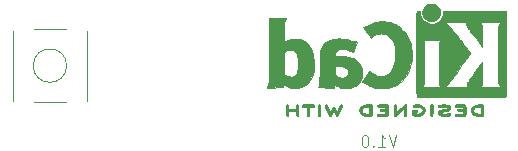
<source format=gbr>
%TF.GenerationSoftware,KiCad,Pcbnew,8.0.1*%
%TF.CreationDate,2024-08-08T16:42:16+02:00*%
%TF.ProjectId,LED torch,4c454420-746f-4726-9368-2e6b69636164,1*%
%TF.SameCoordinates,Original*%
%TF.FileFunction,Legend,Bot*%
%TF.FilePolarity,Positive*%
%FSLAX46Y46*%
G04 Gerber Fmt 4.6, Leading zero omitted, Abs format (unit mm)*
G04 Created by KiCad (PCBNEW 8.0.1) date 2024-08-08 16:42:16*
%MOMM*%
%LPD*%
G01*
G04 APERTURE LIST*
%ADD10C,0.100000*%
%ADD11C,0.010000*%
%ADD12C,0.120000*%
G04 APERTURE END LIST*
D10*
X160088972Y-79372419D02*
X159755639Y-80372419D01*
X159755639Y-80372419D02*
X159422306Y-79372419D01*
X158565163Y-80372419D02*
X159136591Y-80372419D01*
X158850877Y-80372419D02*
X158850877Y-79372419D01*
X158850877Y-79372419D02*
X158946115Y-79515276D01*
X158946115Y-79515276D02*
X159041353Y-79610514D01*
X159041353Y-79610514D02*
X159136591Y-79658133D01*
X158136591Y-80277180D02*
X158088972Y-80324800D01*
X158088972Y-80324800D02*
X158136591Y-80372419D01*
X158136591Y-80372419D02*
X158184210Y-80324800D01*
X158184210Y-80324800D02*
X158136591Y-80277180D01*
X158136591Y-80277180D02*
X158136591Y-80372419D01*
X157469925Y-79372419D02*
X157374687Y-79372419D01*
X157374687Y-79372419D02*
X157279449Y-79420038D01*
X157279449Y-79420038D02*
X157231830Y-79467657D01*
X157231830Y-79467657D02*
X157184211Y-79562895D01*
X157184211Y-79562895D02*
X157136592Y-79753371D01*
X157136592Y-79753371D02*
X157136592Y-79991466D01*
X157136592Y-79991466D02*
X157184211Y-80181942D01*
X157184211Y-80181942D02*
X157231830Y-80277180D01*
X157231830Y-80277180D02*
X157279449Y-80324800D01*
X157279449Y-80324800D02*
X157374687Y-80372419D01*
X157374687Y-80372419D02*
X157469925Y-80372419D01*
X157469925Y-80372419D02*
X157565163Y-80324800D01*
X157565163Y-80324800D02*
X157612782Y-80277180D01*
X157612782Y-80277180D02*
X157660401Y-80181942D01*
X157660401Y-80181942D02*
X157708020Y-79991466D01*
X157708020Y-79991466D02*
X157708020Y-79753371D01*
X157708020Y-79753371D02*
X157660401Y-79562895D01*
X157660401Y-79562895D02*
X157612782Y-79467657D01*
X157612782Y-79467657D02*
X157565163Y-79420038D01*
X157565163Y-79420038D02*
X157469925Y-79372419D01*
D11*
%TO.C,REF\u002A\u002A*%
X153566895Y-76790666D02*
X153601140Y-76811566D01*
X153636622Y-76840297D01*
X153636622Y-77702295D01*
X153601140Y-77731026D01*
X153559388Y-77754291D01*
X153511725Y-77755404D01*
X153469869Y-77728120D01*
X153464708Y-77721910D01*
X153457431Y-77709305D01*
X153451830Y-77691090D01*
X153447687Y-77663771D01*
X153444785Y-77623857D01*
X153442907Y-77567854D01*
X153441834Y-77492271D01*
X153441350Y-77393614D01*
X153441237Y-77268390D01*
X153441237Y-76840297D01*
X153476719Y-76811566D01*
X153508289Y-76791901D01*
X153538930Y-76782834D01*
X153566895Y-76790666D01*
G36*
X153566895Y-76790666D02*
G01*
X153601140Y-76811566D01*
X153636622Y-76840297D01*
X153636622Y-77702295D01*
X153601140Y-77731026D01*
X153559388Y-77754291D01*
X153511725Y-77755404D01*
X153469869Y-77728120D01*
X153464708Y-77721910D01*
X153457431Y-77709305D01*
X153451830Y-77691090D01*
X153447687Y-77663771D01*
X153444785Y-77623857D01*
X153442907Y-77567854D01*
X153441834Y-77492271D01*
X153441350Y-77393614D01*
X153441237Y-77268390D01*
X153441237Y-76840297D01*
X153476719Y-76811566D01*
X153508289Y-76791901D01*
X153538930Y-76782834D01*
X153566895Y-76790666D01*
G37*
X163060472Y-76788688D02*
X163105944Y-76819725D01*
X163142835Y-76856616D01*
X163142835Y-77273402D01*
X163142780Y-77385276D01*
X163142436Y-77484092D01*
X163141543Y-77559650D01*
X163139842Y-77615528D01*
X163137074Y-77655306D01*
X163132981Y-77682560D01*
X163127302Y-77700871D01*
X163119781Y-77713815D01*
X163110156Y-77724972D01*
X163068267Y-77753549D01*
X163021449Y-77755900D01*
X162977510Y-77729698D01*
X162970444Y-77721885D01*
X162963189Y-77709791D01*
X162957643Y-77692029D01*
X162953576Y-77665114D01*
X162950762Y-77625562D01*
X162948970Y-77569889D01*
X162947974Y-77494609D01*
X162947543Y-77396240D01*
X162947450Y-77271296D01*
X162947503Y-77170564D01*
X162947842Y-77066838D01*
X162948700Y-76986943D01*
X162950303Y-76927395D01*
X162952881Y-76884708D01*
X162956662Y-76855399D01*
X162961875Y-76835983D01*
X162968748Y-76822976D01*
X162977510Y-76812894D01*
X163016363Y-76787569D01*
X163060472Y-76788688D01*
G36*
X163060472Y-76788688D02*
G01*
X163105944Y-76819725D01*
X163142835Y-76856616D01*
X163142835Y-77273402D01*
X163142780Y-77385276D01*
X163142436Y-77484092D01*
X163141543Y-77559650D01*
X163139842Y-77615528D01*
X163137074Y-77655306D01*
X163132981Y-77682560D01*
X163127302Y-77700871D01*
X163119781Y-77713815D01*
X163110156Y-77724972D01*
X163068267Y-77753549D01*
X163021449Y-77755900D01*
X162977510Y-77729698D01*
X162970444Y-77721885D01*
X162963189Y-77709791D01*
X162957643Y-77692029D01*
X162953576Y-77665114D01*
X162950762Y-77625562D01*
X162948970Y-77569889D01*
X162947974Y-77494609D01*
X162947543Y-77396240D01*
X162947450Y-77271296D01*
X162947503Y-77170564D01*
X162947842Y-77066838D01*
X162948700Y-76986943D01*
X162950303Y-76927395D01*
X162952881Y-76884708D01*
X162956662Y-76855399D01*
X162961875Y-76835983D01*
X162968748Y-76822976D01*
X162977510Y-76812894D01*
X163016363Y-76787569D01*
X163060472Y-76788688D01*
G37*
X163146230Y-68247263D02*
X163285672Y-68281429D01*
X163417848Y-68342749D01*
X163538592Y-68431234D01*
X163643739Y-68546894D01*
X163729123Y-68689737D01*
X163752014Y-68740057D01*
X163770559Y-68791060D01*
X163780965Y-68842048D01*
X163785526Y-68905115D01*
X163786536Y-68992353D01*
X163785925Y-69064963D01*
X163782243Y-69131694D01*
X163773215Y-69183758D01*
X163756587Y-69233110D01*
X163730105Y-69291710D01*
X163722445Y-69307326D01*
X163631899Y-69450317D01*
X163518018Y-69567967D01*
X163384034Y-69657513D01*
X163233179Y-69716196D01*
X163155774Y-69732571D01*
X162998742Y-69740234D01*
X162846646Y-69715440D01*
X162703947Y-69660730D01*
X162575105Y-69578647D01*
X162464579Y-69471733D01*
X162376829Y-69342531D01*
X162316316Y-69193582D01*
X162294176Y-69071689D01*
X162292181Y-68937175D01*
X162310188Y-68806332D01*
X162347339Y-68692996D01*
X162390265Y-68611967D01*
X162485826Y-68483411D01*
X162599114Y-68381951D01*
X162725964Y-68307596D01*
X162862211Y-68260357D01*
X163003688Y-68240242D01*
X163146230Y-68247263D01*
G36*
X163146230Y-68247263D02*
G01*
X163285672Y-68281429D01*
X163417848Y-68342749D01*
X163538592Y-68431234D01*
X163643739Y-68546894D01*
X163729123Y-68689737D01*
X163752014Y-68740057D01*
X163770559Y-68791060D01*
X163780965Y-68842048D01*
X163785526Y-68905115D01*
X163786536Y-68992353D01*
X163785925Y-69064963D01*
X163782243Y-69131694D01*
X163773215Y-69183758D01*
X163756587Y-69233110D01*
X163730105Y-69291710D01*
X163722445Y-69307326D01*
X163631899Y-69450317D01*
X163518018Y-69567967D01*
X163384034Y-69657513D01*
X163233179Y-69716196D01*
X163155774Y-69732571D01*
X162998742Y-69740234D01*
X162846646Y-69715440D01*
X162703947Y-69660730D01*
X162575105Y-69578647D01*
X162464579Y-69471733D01*
X162376829Y-69342531D01*
X162316316Y-69193582D01*
X162294176Y-69071689D01*
X162292181Y-68937175D01*
X162310188Y-68806332D01*
X162347339Y-68692996D01*
X162390265Y-68611967D01*
X162485826Y-68483411D01*
X162599114Y-68381951D01*
X162725964Y-68307596D01*
X162862211Y-68260357D01*
X163003688Y-68240242D01*
X163146230Y-68247263D01*
G37*
X152635424Y-76782836D02*
X152760736Y-76782956D01*
X152859941Y-76783408D01*
X152936371Y-76784396D01*
X152993352Y-76786121D01*
X153034216Y-76788785D01*
X153062290Y-76792593D01*
X153080905Y-76797745D01*
X153093389Y-76804444D01*
X153103072Y-76812894D01*
X153128109Y-76856453D01*
X153130035Y-76906481D01*
X153108257Y-76950734D01*
X153106446Y-76952669D01*
X153091531Y-76963800D01*
X153068761Y-76971195D01*
X153032589Y-76975581D01*
X152977466Y-76977680D01*
X152897843Y-76978219D01*
X152712302Y-76978219D01*
X152712302Y-77329387D01*
X152712202Y-77430342D01*
X152711659Y-77519098D01*
X152710351Y-77585379D01*
X152707960Y-77633197D01*
X152704164Y-77666570D01*
X152698645Y-77689510D01*
X152691081Y-77706034D01*
X152681152Y-77720157D01*
X152678103Y-77723893D01*
X152636593Y-77754038D01*
X152590822Y-77756120D01*
X152546977Y-77729698D01*
X152537686Y-77718947D01*
X152530401Y-77704836D01*
X152525049Y-77683743D01*
X152521333Y-77651822D01*
X152518957Y-77605226D01*
X152517627Y-77540109D01*
X152517046Y-77452625D01*
X152516918Y-77338929D01*
X152516918Y-76978219D01*
X152322624Y-76978219D01*
X152307846Y-76978218D01*
X152232601Y-76977918D01*
X152180885Y-76976401D01*
X152147078Y-76972674D01*
X152125561Y-76965742D01*
X152110714Y-76954610D01*
X152096917Y-76938284D01*
X152075819Y-76897427D01*
X152079949Y-76852453D01*
X152114090Y-76809136D01*
X152120668Y-76804187D01*
X152134262Y-76797749D01*
X152154799Y-76792738D01*
X152185582Y-76788981D01*
X152229913Y-76786300D01*
X152291094Y-76784520D01*
X152372428Y-76783467D01*
X152477216Y-76782963D01*
X152608760Y-76782834D01*
X152635424Y-76782836D01*
G36*
X152635424Y-76782836D02*
G01*
X152760736Y-76782956D01*
X152859941Y-76783408D01*
X152936371Y-76784396D01*
X152993352Y-76786121D01*
X153034216Y-76788785D01*
X153062290Y-76792593D01*
X153080905Y-76797745D01*
X153093389Y-76804444D01*
X153103072Y-76812894D01*
X153128109Y-76856453D01*
X153130035Y-76906481D01*
X153108257Y-76950734D01*
X153106446Y-76952669D01*
X153091531Y-76963800D01*
X153068761Y-76971195D01*
X153032589Y-76975581D01*
X152977466Y-76977680D01*
X152897843Y-76978219D01*
X152712302Y-76978219D01*
X152712302Y-77329387D01*
X152712202Y-77430342D01*
X152711659Y-77519098D01*
X152710351Y-77585379D01*
X152707960Y-77633197D01*
X152704164Y-77666570D01*
X152698645Y-77689510D01*
X152691081Y-77706034D01*
X152681152Y-77720157D01*
X152678103Y-77723893D01*
X152636593Y-77754038D01*
X152590822Y-77756120D01*
X152546977Y-77729698D01*
X152537686Y-77718947D01*
X152530401Y-77704836D01*
X152525049Y-77683743D01*
X152521333Y-77651822D01*
X152518957Y-77605226D01*
X152517627Y-77540109D01*
X152517046Y-77452625D01*
X152516918Y-77338929D01*
X152516918Y-76978219D01*
X152322624Y-76978219D01*
X152307846Y-76978218D01*
X152232601Y-76977918D01*
X152180885Y-76976401D01*
X152147078Y-76972674D01*
X152125561Y-76965742D01*
X152110714Y-76954610D01*
X152096917Y-76938284D01*
X152075819Y-76897427D01*
X152079949Y-76852453D01*
X152114090Y-76809136D01*
X152120668Y-76804187D01*
X152134262Y-76797749D01*
X152154799Y-76792738D01*
X152185582Y-76788981D01*
X152229913Y-76786300D01*
X152291094Y-76784520D01*
X152372428Y-76783467D01*
X152477216Y-76782963D01*
X152608760Y-76782834D01*
X152635424Y-76782836D01*
G37*
X151735379Y-76812894D02*
X151742878Y-76821135D01*
X151749655Y-76832060D01*
X151755095Y-76847739D01*
X151759327Y-76870983D01*
X151762477Y-76904605D01*
X151764675Y-76951416D01*
X151766048Y-77014227D01*
X151766725Y-77095851D01*
X151766833Y-77199098D01*
X151766501Y-77326781D01*
X151765857Y-77481710D01*
X151765765Y-77500582D01*
X151764985Y-77582810D01*
X151763224Y-77640968D01*
X151759835Y-77680084D01*
X151754170Y-77705185D01*
X151745581Y-77721300D01*
X151733420Y-77733456D01*
X151688876Y-77756644D01*
X151642347Y-77752781D01*
X151601204Y-77720157D01*
X151589209Y-77702579D01*
X151579289Y-77677901D01*
X151573474Y-77643248D01*
X151570738Y-77591929D01*
X151570054Y-77517257D01*
X151570054Y-77353959D01*
X150908752Y-77353959D01*
X150908752Y-77533462D01*
X150908655Y-77581112D01*
X150907640Y-77642794D01*
X150904742Y-77683446D01*
X150899021Y-77708782D01*
X150889537Y-77724516D01*
X150875349Y-77736361D01*
X150832411Y-77756424D01*
X150785432Y-77752873D01*
X150744518Y-77720157D01*
X150738319Y-77711829D01*
X150730417Y-77697818D01*
X150724384Y-77679272D01*
X150719970Y-77652547D01*
X150716922Y-77613994D01*
X150714990Y-77559968D01*
X150713921Y-77486822D01*
X150713464Y-77390910D01*
X150713368Y-77268586D01*
X150713368Y-76856616D01*
X150750258Y-76819725D01*
X150792034Y-76790112D01*
X150836274Y-76786531D01*
X150878693Y-76812894D01*
X150889724Y-76825902D01*
X150899592Y-76847060D01*
X150905367Y-76878969D01*
X150908077Y-76928060D01*
X150908752Y-77000763D01*
X150908752Y-77158574D01*
X151570054Y-77158574D01*
X151570054Y-77004784D01*
X151570637Y-76935957D01*
X151573252Y-76889992D01*
X151579264Y-76859935D01*
X151590040Y-76838831D01*
X151606945Y-76819725D01*
X151648721Y-76790112D01*
X151692960Y-76786531D01*
X151735379Y-76812894D01*
G36*
X151735379Y-76812894D02*
G01*
X151742878Y-76821135D01*
X151749655Y-76832060D01*
X151755095Y-76847739D01*
X151759327Y-76870983D01*
X151762477Y-76904605D01*
X151764675Y-76951416D01*
X151766048Y-77014227D01*
X151766725Y-77095851D01*
X151766833Y-77199098D01*
X151766501Y-77326781D01*
X151765857Y-77481710D01*
X151765765Y-77500582D01*
X151764985Y-77582810D01*
X151763224Y-77640968D01*
X151759835Y-77680084D01*
X151754170Y-77705185D01*
X151745581Y-77721300D01*
X151733420Y-77733456D01*
X151688876Y-77756644D01*
X151642347Y-77752781D01*
X151601204Y-77720157D01*
X151589209Y-77702579D01*
X151579289Y-77677901D01*
X151573474Y-77643248D01*
X151570738Y-77591929D01*
X151570054Y-77517257D01*
X151570054Y-77353959D01*
X150908752Y-77353959D01*
X150908752Y-77533462D01*
X150908655Y-77581112D01*
X150907640Y-77642794D01*
X150904742Y-77683446D01*
X150899021Y-77708782D01*
X150889537Y-77724516D01*
X150875349Y-77736361D01*
X150832411Y-77756424D01*
X150785432Y-77752873D01*
X150744518Y-77720157D01*
X150738319Y-77711829D01*
X150730417Y-77697818D01*
X150724384Y-77679272D01*
X150719970Y-77652547D01*
X150716922Y-77613994D01*
X150714990Y-77559968D01*
X150713921Y-77486822D01*
X150713464Y-77390910D01*
X150713368Y-77268586D01*
X150713368Y-76856616D01*
X150750258Y-76819725D01*
X150792034Y-76790112D01*
X150836274Y-76786531D01*
X150878693Y-76812894D01*
X150889724Y-76825902D01*
X150899592Y-76847060D01*
X150905367Y-76878969D01*
X150908077Y-76928060D01*
X150908752Y-77000763D01*
X150908752Y-77158574D01*
X151570054Y-77158574D01*
X151570054Y-77004784D01*
X151570637Y-76935957D01*
X151573252Y-76889992D01*
X151579264Y-76859935D01*
X151590040Y-76838831D01*
X151606945Y-76819725D01*
X151648721Y-76790112D01*
X151692960Y-76786531D01*
X151735379Y-76812894D01*
G37*
X157999964Y-77596735D02*
X157997342Y-77640374D01*
X157993443Y-77670890D01*
X157988015Y-77691928D01*
X157980807Y-77707135D01*
X157971567Y-77720157D01*
X157940417Y-77759758D01*
X157719821Y-77758967D01*
X157673495Y-77758570D01*
X157542378Y-77754003D01*
X157434589Y-77743775D01*
X157345262Y-77727056D01*
X157269530Y-77703019D01*
X157202527Y-77670833D01*
X157198055Y-77668281D01*
X157121087Y-77619396D01*
X157064698Y-77570181D01*
X157021008Y-77512286D01*
X156982132Y-77437361D01*
X156976432Y-77424559D01*
X156946373Y-77340436D01*
X156938738Y-77279786D01*
X157137437Y-77279786D01*
X157144910Y-77312708D01*
X157152533Y-77333848D01*
X157196375Y-77413607D01*
X157259399Y-77474521D01*
X157344294Y-77518636D01*
X157453744Y-77547999D01*
X157457463Y-77548667D01*
X157519086Y-77556605D01*
X157594170Y-77562234D01*
X157667311Y-77564373D01*
X157792302Y-77564373D01*
X157792302Y-76978219D01*
X157675823Y-76978816D01*
X157586729Y-76982112D01*
X157463714Y-76997092D01*
X157358117Y-77023106D01*
X157275606Y-77059018D01*
X157234414Y-77086615D01*
X157196976Y-77126244D01*
X157165903Y-77182731D01*
X157156414Y-77203988D01*
X157140672Y-77247260D01*
X157137437Y-77279786D01*
X156938738Y-77279786D01*
X156937092Y-77266708D01*
X156948544Y-77193448D01*
X156980685Y-77110728D01*
X156981744Y-77108474D01*
X157035600Y-77016048D01*
X157103079Y-76940695D01*
X157186590Y-76881359D01*
X157288540Y-76836987D01*
X157411338Y-76806525D01*
X157557392Y-76788917D01*
X157729110Y-76783111D01*
X157733865Y-76783105D01*
X157813774Y-76783291D01*
X157869599Y-76784671D01*
X157907028Y-76788125D01*
X157931750Y-76794532D01*
X157949453Y-76804772D01*
X157965826Y-76819725D01*
X158002717Y-76856616D01*
X158002717Y-77268586D01*
X158002683Y-77350605D01*
X158002383Y-77455496D01*
X158001561Y-77536324D01*
X158000819Y-77564373D01*
X157999964Y-77596735D01*
G36*
X157999964Y-77596735D02*
G01*
X157997342Y-77640374D01*
X157993443Y-77670890D01*
X157988015Y-77691928D01*
X157980807Y-77707135D01*
X157971567Y-77720157D01*
X157940417Y-77759758D01*
X157719821Y-77758967D01*
X157673495Y-77758570D01*
X157542378Y-77754003D01*
X157434589Y-77743775D01*
X157345262Y-77727056D01*
X157269530Y-77703019D01*
X157202527Y-77670833D01*
X157198055Y-77668281D01*
X157121087Y-77619396D01*
X157064698Y-77570181D01*
X157021008Y-77512286D01*
X156982132Y-77437361D01*
X156976432Y-77424559D01*
X156946373Y-77340436D01*
X156938738Y-77279786D01*
X157137437Y-77279786D01*
X157144910Y-77312708D01*
X157152533Y-77333848D01*
X157196375Y-77413607D01*
X157259399Y-77474521D01*
X157344294Y-77518636D01*
X157453744Y-77547999D01*
X157457463Y-77548667D01*
X157519086Y-77556605D01*
X157594170Y-77562234D01*
X157667311Y-77564373D01*
X157792302Y-77564373D01*
X157792302Y-76978219D01*
X157675823Y-76978816D01*
X157586729Y-76982112D01*
X157463714Y-76997092D01*
X157358117Y-77023106D01*
X157275606Y-77059018D01*
X157234414Y-77086615D01*
X157196976Y-77126244D01*
X157165903Y-77182731D01*
X157156414Y-77203988D01*
X157140672Y-77247260D01*
X157137437Y-77279786D01*
X156938738Y-77279786D01*
X156937092Y-77266708D01*
X156948544Y-77193448D01*
X156980685Y-77110728D01*
X156981744Y-77108474D01*
X157035600Y-77016048D01*
X157103079Y-76940695D01*
X157186590Y-76881359D01*
X157288540Y-76836987D01*
X157411338Y-76806525D01*
X157557392Y-76788917D01*
X157729110Y-76783111D01*
X157733865Y-76783105D01*
X157813774Y-76783291D01*
X157869599Y-76784671D01*
X157907028Y-76788125D01*
X157931750Y-76794532D01*
X157949453Y-76804772D01*
X157965826Y-76819725D01*
X158002717Y-76856616D01*
X158002717Y-77268586D01*
X158002683Y-77350605D01*
X158002383Y-77455496D01*
X158001561Y-77536324D01*
X158000819Y-77564373D01*
X157999964Y-77596735D01*
G37*
X167441555Y-77029616D02*
X167441627Y-77136943D01*
X167441296Y-77271296D01*
X167441244Y-77372029D01*
X167440904Y-77475754D01*
X167440047Y-77555649D01*
X167438444Y-77615197D01*
X167435866Y-77657884D01*
X167432085Y-77687193D01*
X167426872Y-77706609D01*
X167419999Y-77719616D01*
X167411237Y-77729698D01*
X167401961Y-77737998D01*
X167384656Y-77747717D01*
X167359163Y-77754046D01*
X167320016Y-77757690D01*
X167261748Y-77759359D01*
X167178893Y-77759758D01*
X167113727Y-77759258D01*
X166971459Y-77753362D01*
X166852664Y-77739932D01*
X166753081Y-77717847D01*
X166668445Y-77685987D01*
X166594493Y-77643232D01*
X166526960Y-77588462D01*
X166518988Y-77580670D01*
X166469904Y-77516087D01*
X166428500Y-77435129D01*
X166399898Y-77349598D01*
X166392867Y-77298017D01*
X166588867Y-77298017D01*
X166613207Y-77365830D01*
X166652709Y-77426962D01*
X166714879Y-77483424D01*
X166796610Y-77523102D01*
X166901983Y-77548579D01*
X166903967Y-77548896D01*
X166969165Y-77556607D01*
X167047308Y-77562120D01*
X167121918Y-77564259D01*
X167245912Y-77564373D01*
X167245912Y-76978219D01*
X167144462Y-76978200D01*
X167140431Y-76978212D01*
X167072372Y-76980828D01*
X166992354Y-76987118D01*
X166916854Y-76995810D01*
X166850342Y-77008187D01*
X166750820Y-77043159D01*
X166674255Y-77095480D01*
X166619002Y-77166089D01*
X166590754Y-77234343D01*
X166588867Y-77298017D01*
X166392867Y-77298017D01*
X166389225Y-77271296D01*
X166390928Y-77243049D01*
X166407320Y-77166608D01*
X166437314Y-77086845D01*
X166476230Y-77014886D01*
X166519388Y-76961857D01*
X166545405Y-76939193D01*
X166618246Y-76887021D01*
X166698531Y-76846907D01*
X166790656Y-76817670D01*
X166899018Y-76798123D01*
X167028012Y-76787084D01*
X167182036Y-76783368D01*
X167234601Y-76782833D01*
X167295459Y-76782283D01*
X167343122Y-76784685D01*
X167379190Y-76793049D01*
X167405261Y-76810384D01*
X167422934Y-76839699D01*
X167433808Y-76884003D01*
X167439483Y-76946305D01*
X167440277Y-76978219D01*
X167441555Y-77029616D01*
G36*
X167441555Y-77029616D02*
G01*
X167441627Y-77136943D01*
X167441296Y-77271296D01*
X167441244Y-77372029D01*
X167440904Y-77475754D01*
X167440047Y-77555649D01*
X167438444Y-77615197D01*
X167435866Y-77657884D01*
X167432085Y-77687193D01*
X167426872Y-77706609D01*
X167419999Y-77719616D01*
X167411237Y-77729698D01*
X167401961Y-77737998D01*
X167384656Y-77747717D01*
X167359163Y-77754046D01*
X167320016Y-77757690D01*
X167261748Y-77759359D01*
X167178893Y-77759758D01*
X167113727Y-77759258D01*
X166971459Y-77753362D01*
X166852664Y-77739932D01*
X166753081Y-77717847D01*
X166668445Y-77685987D01*
X166594493Y-77643232D01*
X166526960Y-77588462D01*
X166518988Y-77580670D01*
X166469904Y-77516087D01*
X166428500Y-77435129D01*
X166399898Y-77349598D01*
X166392867Y-77298017D01*
X166588867Y-77298017D01*
X166613207Y-77365830D01*
X166652709Y-77426962D01*
X166714879Y-77483424D01*
X166796610Y-77523102D01*
X166901983Y-77548579D01*
X166903967Y-77548896D01*
X166969165Y-77556607D01*
X167047308Y-77562120D01*
X167121918Y-77564259D01*
X167245912Y-77564373D01*
X167245912Y-76978219D01*
X167144462Y-76978200D01*
X167140431Y-76978212D01*
X167072372Y-76980828D01*
X166992354Y-76987118D01*
X166916854Y-76995810D01*
X166850342Y-77008187D01*
X166750820Y-77043159D01*
X166674255Y-77095480D01*
X166619002Y-77166089D01*
X166590754Y-77234343D01*
X166588867Y-77298017D01*
X166392867Y-77298017D01*
X166389225Y-77271296D01*
X166390928Y-77243049D01*
X166407320Y-77166608D01*
X166437314Y-77086845D01*
X166476230Y-77014886D01*
X166519388Y-76961857D01*
X166545405Y-76939193D01*
X166618246Y-76887021D01*
X166698531Y-76846907D01*
X166790656Y-76817670D01*
X166899018Y-76798123D01*
X167028012Y-76787084D01*
X167182036Y-76783368D01*
X167234601Y-76782833D01*
X167295459Y-76782283D01*
X167343122Y-76784685D01*
X167379190Y-76793049D01*
X167405261Y-76810384D01*
X167422934Y-76839699D01*
X167433808Y-76884003D01*
X167439483Y-76946305D01*
X167440277Y-76978219D01*
X167441555Y-77029616D01*
G37*
X160858077Y-76781270D02*
X160873265Y-76789441D01*
X160887309Y-76803636D01*
X160902336Y-76822435D01*
X160908264Y-76830372D01*
X160916250Y-76844344D01*
X160922347Y-76862751D01*
X160926809Y-76889251D01*
X160929890Y-76927507D01*
X160931844Y-76981179D01*
X160932926Y-77053927D01*
X160933388Y-77149412D01*
X160933486Y-77271296D01*
X160933455Y-77349221D01*
X160933165Y-77454515D01*
X160932354Y-77535651D01*
X160930768Y-77596290D01*
X160928155Y-77640093D01*
X160924259Y-77670720D01*
X160918826Y-77691833D01*
X160911603Y-77707091D01*
X160902336Y-77720157D01*
X160861824Y-77752633D01*
X160815303Y-77756466D01*
X160766068Y-77731050D01*
X160760498Y-77726424D01*
X160749613Y-77715070D01*
X160741544Y-77699692D01*
X160735709Y-77675950D01*
X160731526Y-77639508D01*
X160728414Y-77586028D01*
X160725790Y-77511171D01*
X160723072Y-77410601D01*
X160715557Y-77118859D01*
X160362362Y-77439238D01*
X160264062Y-77528142D01*
X160177284Y-77605515D01*
X160107795Y-77665370D01*
X160053110Y-77709201D01*
X160010747Y-77738501D01*
X159978225Y-77754764D01*
X159953059Y-77759484D01*
X159932768Y-77754155D01*
X159914869Y-77740270D01*
X159896880Y-77719323D01*
X159888565Y-77708029D01*
X159881067Y-77693947D01*
X159875461Y-77675097D01*
X159871531Y-77647867D01*
X159869061Y-77608645D01*
X159867837Y-77553818D01*
X159867644Y-77479772D01*
X159868266Y-77382895D01*
X159869487Y-77259574D01*
X159873900Y-76840259D01*
X159909382Y-76811547D01*
X159944084Y-76789990D01*
X159987830Y-76786301D01*
X160033803Y-76811534D01*
X160039544Y-76816306D01*
X160050371Y-76827662D01*
X160058398Y-76843095D01*
X160064203Y-76866934D01*
X160068367Y-76903508D01*
X160071469Y-76957146D01*
X160074086Y-77032178D01*
X160076799Y-77132932D01*
X160084314Y-77425631D01*
X160324788Y-77207562D01*
X160440267Y-77102872D01*
X160541146Y-77011816D01*
X160623872Y-76938126D01*
X160690571Y-76880384D01*
X160743369Y-76837173D01*
X160784392Y-76807073D01*
X160815767Y-76788668D01*
X160839620Y-76780540D01*
X160858077Y-76781270D01*
G36*
X160858077Y-76781270D02*
G01*
X160873265Y-76789441D01*
X160887309Y-76803636D01*
X160902336Y-76822435D01*
X160908264Y-76830372D01*
X160916250Y-76844344D01*
X160922347Y-76862751D01*
X160926809Y-76889251D01*
X160929890Y-76927507D01*
X160931844Y-76981179D01*
X160932926Y-77053927D01*
X160933388Y-77149412D01*
X160933486Y-77271296D01*
X160933455Y-77349221D01*
X160933165Y-77454515D01*
X160932354Y-77535651D01*
X160930768Y-77596290D01*
X160928155Y-77640093D01*
X160924259Y-77670720D01*
X160918826Y-77691833D01*
X160911603Y-77707091D01*
X160902336Y-77720157D01*
X160861824Y-77752633D01*
X160815303Y-77756466D01*
X160766068Y-77731050D01*
X160760498Y-77726424D01*
X160749613Y-77715070D01*
X160741544Y-77699692D01*
X160735709Y-77675950D01*
X160731526Y-77639508D01*
X160728414Y-77586028D01*
X160725790Y-77511171D01*
X160723072Y-77410601D01*
X160715557Y-77118859D01*
X160362362Y-77439238D01*
X160264062Y-77528142D01*
X160177284Y-77605515D01*
X160107795Y-77665370D01*
X160053110Y-77709201D01*
X160010747Y-77738501D01*
X159978225Y-77754764D01*
X159953059Y-77759484D01*
X159932768Y-77754155D01*
X159914869Y-77740270D01*
X159896880Y-77719323D01*
X159888565Y-77708029D01*
X159881067Y-77693947D01*
X159875461Y-77675097D01*
X159871531Y-77647867D01*
X159869061Y-77608645D01*
X159867837Y-77553818D01*
X159867644Y-77479772D01*
X159868266Y-77382895D01*
X159869487Y-77259574D01*
X159873900Y-76840259D01*
X159909382Y-76811547D01*
X159944084Y-76789990D01*
X159987830Y-76786301D01*
X160033803Y-76811534D01*
X160039544Y-76816306D01*
X160050371Y-76827662D01*
X160058398Y-76843095D01*
X160064203Y-76866934D01*
X160068367Y-76903508D01*
X160071469Y-76957146D01*
X160074086Y-77032178D01*
X160076799Y-77132932D01*
X160084314Y-77425631D01*
X160324788Y-77207562D01*
X160440267Y-77102872D01*
X160541146Y-77011816D01*
X160623872Y-76938126D01*
X160690571Y-76880384D01*
X160743369Y-76837173D01*
X160784392Y-76807073D01*
X160815767Y-76788668D01*
X160839620Y-76780540D01*
X160858077Y-76781270D01*
G37*
X161919514Y-76789641D02*
X162060647Y-76811362D01*
X162185545Y-76848709D01*
X162290450Y-76900507D01*
X162371602Y-76965586D01*
X162406311Y-77009337D01*
X162445596Y-77074838D01*
X162479242Y-77146543D01*
X162502740Y-77214665D01*
X162511581Y-77269417D01*
X162509504Y-77295665D01*
X162492274Y-77364007D01*
X162461436Y-77439264D01*
X162421639Y-77511046D01*
X162377533Y-77568966D01*
X162363958Y-77582743D01*
X162274643Y-77651674D01*
X162167967Y-77704786D01*
X162053190Y-77737273D01*
X161980013Y-77748073D01*
X161855593Y-77756866D01*
X161736063Y-77754087D01*
X161626239Y-77740447D01*
X161530937Y-77716656D01*
X161454972Y-77683422D01*
X161403160Y-77641457D01*
X161401329Y-77638827D01*
X161391893Y-77605242D01*
X161386249Y-77542334D01*
X161384373Y-77449852D01*
X161385518Y-77366998D01*
X161391802Y-77303915D01*
X161407365Y-77261174D01*
X161436348Y-77235143D01*
X161482891Y-77222188D01*
X161551134Y-77218677D01*
X161645217Y-77220978D01*
X161709948Y-77224988D01*
X161776777Y-77235895D01*
X161820038Y-77254605D01*
X161843282Y-77282877D01*
X161850060Y-77322472D01*
X161849919Y-77328518D01*
X161838333Y-77374841D01*
X161806368Y-77406018D01*
X161751429Y-77423592D01*
X161670924Y-77429107D01*
X161579758Y-77429107D01*
X161579758Y-77480167D01*
X161579825Y-77492330D01*
X161582781Y-77515297D01*
X161595119Y-77529002D01*
X161623585Y-77538238D01*
X161674924Y-77547800D01*
X161682212Y-77549044D01*
X161811288Y-77562229D01*
X161931099Y-77558342D01*
X162038817Y-77538731D01*
X162131611Y-77504741D01*
X162206653Y-77457717D01*
X162261113Y-77399005D01*
X162292163Y-77329951D01*
X162296972Y-77251902D01*
X162289625Y-77213432D01*
X162254100Y-77139023D01*
X162192606Y-77078234D01*
X162106092Y-77031855D01*
X161995507Y-77000676D01*
X161962656Y-76994753D01*
X161843727Y-76980775D01*
X161737475Y-76982411D01*
X161633506Y-76999633D01*
X161586717Y-77008672D01*
X161526223Y-77010027D01*
X161484532Y-76993343D01*
X161457700Y-76957680D01*
X161449201Y-76920073D01*
X161461831Y-76878502D01*
X161474251Y-76860628D01*
X161519829Y-76829299D01*
X161589888Y-76805506D01*
X161681109Y-76790200D01*
X161790172Y-76784333D01*
X161919514Y-76789641D01*
G36*
X161919514Y-76789641D02*
G01*
X162060647Y-76811362D01*
X162185545Y-76848709D01*
X162290450Y-76900507D01*
X162371602Y-76965586D01*
X162406311Y-77009337D01*
X162445596Y-77074838D01*
X162479242Y-77146543D01*
X162502740Y-77214665D01*
X162511581Y-77269417D01*
X162509504Y-77295665D01*
X162492274Y-77364007D01*
X162461436Y-77439264D01*
X162421639Y-77511046D01*
X162377533Y-77568966D01*
X162363958Y-77582743D01*
X162274643Y-77651674D01*
X162167967Y-77704786D01*
X162053190Y-77737273D01*
X161980013Y-77748073D01*
X161855593Y-77756866D01*
X161736063Y-77754087D01*
X161626239Y-77740447D01*
X161530937Y-77716656D01*
X161454972Y-77683422D01*
X161403160Y-77641457D01*
X161401329Y-77638827D01*
X161391893Y-77605242D01*
X161386249Y-77542334D01*
X161384373Y-77449852D01*
X161385518Y-77366998D01*
X161391802Y-77303915D01*
X161407365Y-77261174D01*
X161436348Y-77235143D01*
X161482891Y-77222188D01*
X161551134Y-77218677D01*
X161645217Y-77220978D01*
X161709948Y-77224988D01*
X161776777Y-77235895D01*
X161820038Y-77254605D01*
X161843282Y-77282877D01*
X161850060Y-77322472D01*
X161849919Y-77328518D01*
X161838333Y-77374841D01*
X161806368Y-77406018D01*
X161751429Y-77423592D01*
X161670924Y-77429107D01*
X161579758Y-77429107D01*
X161579758Y-77480167D01*
X161579825Y-77492330D01*
X161582781Y-77515297D01*
X161595119Y-77529002D01*
X161623585Y-77538238D01*
X161674924Y-77547800D01*
X161682212Y-77549044D01*
X161811288Y-77562229D01*
X161931099Y-77558342D01*
X162038817Y-77538731D01*
X162131611Y-77504741D01*
X162206653Y-77457717D01*
X162261113Y-77399005D01*
X162292163Y-77329951D01*
X162296972Y-77251902D01*
X162289625Y-77213432D01*
X162254100Y-77139023D01*
X162192606Y-77078234D01*
X162106092Y-77031855D01*
X161995507Y-77000676D01*
X161962656Y-76994753D01*
X161843727Y-76980775D01*
X161737475Y-76982411D01*
X161633506Y-76999633D01*
X161586717Y-77008672D01*
X161526223Y-77010027D01*
X161484532Y-76993343D01*
X161457700Y-76957680D01*
X161449201Y-76920073D01*
X161461831Y-76878502D01*
X161474251Y-76860628D01*
X161519829Y-76829299D01*
X161589888Y-76805506D01*
X161681109Y-76790200D01*
X161790172Y-76784333D01*
X161919514Y-76789641D01*
G37*
X159324229Y-76822435D02*
X159330818Y-76831334D01*
X159338599Y-76845408D01*
X159344538Y-76864163D01*
X159348884Y-76891223D01*
X159351883Y-76930214D01*
X159353785Y-76984763D01*
X159354836Y-77058493D01*
X159355285Y-77155032D01*
X159355379Y-77278004D01*
X159355341Y-77365763D01*
X159355032Y-77470031D01*
X159354206Y-77550269D01*
X159352618Y-77610045D01*
X159350025Y-77652926D01*
X159346184Y-77682480D01*
X159340851Y-77702276D01*
X159333783Y-77715881D01*
X159324735Y-77726864D01*
X159318724Y-77733065D01*
X159307767Y-77741701D01*
X159292643Y-77748240D01*
X159269653Y-77752974D01*
X159235097Y-77756193D01*
X159185279Y-77758190D01*
X159116497Y-77759255D01*
X159025054Y-77759680D01*
X158907250Y-77759758D01*
X158881056Y-77759749D01*
X158765195Y-77759394D01*
X158675125Y-77758375D01*
X158607286Y-77756492D01*
X158558117Y-77753547D01*
X158524055Y-77749343D01*
X158501539Y-77743680D01*
X158487008Y-77736361D01*
X158473038Y-77723066D01*
X158455383Y-77681638D01*
X158456957Y-77633858D01*
X158478478Y-77591858D01*
X158481393Y-77588828D01*
X158492959Y-77580483D01*
X158510722Y-77574271D01*
X158538658Y-77569882D01*
X158580744Y-77567008D01*
X158640958Y-77565338D01*
X158723275Y-77564563D01*
X158831673Y-77564373D01*
X159159995Y-77564373D01*
X159159995Y-77353959D01*
X158943731Y-77353959D01*
X158896243Y-77353852D01*
X158821993Y-77352790D01*
X158769886Y-77350121D01*
X158734667Y-77345273D01*
X158711078Y-77337673D01*
X158693864Y-77326749D01*
X158689014Y-77322510D01*
X158664507Y-77281271D01*
X158663663Y-77232895D01*
X158687013Y-77188135D01*
X158687096Y-77188044D01*
X158699971Y-77176559D01*
X158717670Y-77168497D01*
X158745239Y-77163263D01*
X158787724Y-77160261D01*
X158850172Y-77158897D01*
X158937630Y-77158574D01*
X159161495Y-77158574D01*
X159156987Y-77072154D01*
X159152480Y-76985734D01*
X158830188Y-76981669D01*
X158796882Y-76981233D01*
X158688217Y-76979263D01*
X158605247Y-76976089D01*
X158544519Y-76970769D01*
X158502578Y-76962364D01*
X158475971Y-76949930D01*
X158461242Y-76932527D01*
X158454938Y-76909214D01*
X158453604Y-76879050D01*
X158453612Y-76875900D01*
X158455148Y-76849232D01*
X158461536Y-76828206D01*
X158475925Y-76812155D01*
X158501466Y-76800408D01*
X158541312Y-76792298D01*
X158598611Y-76787154D01*
X158676516Y-76784308D01*
X158778177Y-76783091D01*
X158906745Y-76782834D01*
X159293079Y-76782834D01*
X159324229Y-76822435D01*
G36*
X159324229Y-76822435D02*
G01*
X159330818Y-76831334D01*
X159338599Y-76845408D01*
X159344538Y-76864163D01*
X159348884Y-76891223D01*
X159351883Y-76930214D01*
X159353785Y-76984763D01*
X159354836Y-77058493D01*
X159355285Y-77155032D01*
X159355379Y-77278004D01*
X159355341Y-77365763D01*
X159355032Y-77470031D01*
X159354206Y-77550269D01*
X159352618Y-77610045D01*
X159350025Y-77652926D01*
X159346184Y-77682480D01*
X159340851Y-77702276D01*
X159333783Y-77715881D01*
X159324735Y-77726864D01*
X159318724Y-77733065D01*
X159307767Y-77741701D01*
X159292643Y-77748240D01*
X159269653Y-77752974D01*
X159235097Y-77756193D01*
X159185279Y-77758190D01*
X159116497Y-77759255D01*
X159025054Y-77759680D01*
X158907250Y-77759758D01*
X158881056Y-77759749D01*
X158765195Y-77759394D01*
X158675125Y-77758375D01*
X158607286Y-77756492D01*
X158558117Y-77753547D01*
X158524055Y-77749343D01*
X158501539Y-77743680D01*
X158487008Y-77736361D01*
X158473038Y-77723066D01*
X158455383Y-77681638D01*
X158456957Y-77633858D01*
X158478478Y-77591858D01*
X158481393Y-77588828D01*
X158492959Y-77580483D01*
X158510722Y-77574271D01*
X158538658Y-77569882D01*
X158580744Y-77567008D01*
X158640958Y-77565338D01*
X158723275Y-77564563D01*
X158831673Y-77564373D01*
X159159995Y-77564373D01*
X159159995Y-77353959D01*
X158943731Y-77353959D01*
X158896243Y-77353852D01*
X158821993Y-77352790D01*
X158769886Y-77350121D01*
X158734667Y-77345273D01*
X158711078Y-77337673D01*
X158693864Y-77326749D01*
X158689014Y-77322510D01*
X158664507Y-77281271D01*
X158663663Y-77232895D01*
X158687013Y-77188135D01*
X158687096Y-77188044D01*
X158699971Y-77176559D01*
X158717670Y-77168497D01*
X158745239Y-77163263D01*
X158787724Y-77160261D01*
X158850172Y-77158897D01*
X158937630Y-77158574D01*
X159161495Y-77158574D01*
X159156987Y-77072154D01*
X159152480Y-76985734D01*
X158830188Y-76981669D01*
X158796882Y-76981233D01*
X158688217Y-76979263D01*
X158605247Y-76976089D01*
X158544519Y-76970769D01*
X158502578Y-76962364D01*
X158475971Y-76949930D01*
X158461242Y-76932527D01*
X158454938Y-76909214D01*
X158453604Y-76879050D01*
X158453612Y-76875900D01*
X158455148Y-76849232D01*
X158461536Y-76828206D01*
X158475925Y-76812155D01*
X158501466Y-76800408D01*
X158541312Y-76792298D01*
X158598611Y-76787154D01*
X158676516Y-76784308D01*
X158778177Y-76783091D01*
X158906745Y-76782834D01*
X159293079Y-76782834D01*
X159324229Y-76822435D01*
G37*
X165550913Y-76782856D02*
X165653556Y-76783112D01*
X165732035Y-76783890D01*
X165790065Y-76785476D01*
X165831362Y-76788156D01*
X165859643Y-76792214D01*
X165878625Y-76797936D01*
X165892022Y-76805607D01*
X165903553Y-76815514D01*
X165905929Y-76817751D01*
X165915573Y-76827788D01*
X165923084Y-76839794D01*
X165928730Y-76857281D01*
X165932776Y-76883758D01*
X165935489Y-76922739D01*
X165937135Y-76977734D01*
X165937981Y-77052254D01*
X165938293Y-77149811D01*
X165938338Y-77273916D01*
X165938289Y-77370825D01*
X165937958Y-77474905D01*
X165937111Y-77555072D01*
X165935517Y-77614822D01*
X165932946Y-77657652D01*
X165929168Y-77687058D01*
X165923951Y-77706536D01*
X165917064Y-77719584D01*
X165908279Y-77729698D01*
X165903840Y-77733928D01*
X165892494Y-77742064D01*
X165876515Y-77748287D01*
X165852270Y-77752854D01*
X165816128Y-77756019D01*
X165764456Y-77758037D01*
X165693621Y-77759163D01*
X165599991Y-77759651D01*
X165479936Y-77759758D01*
X165423874Y-77759742D01*
X165315838Y-77759499D01*
X165232638Y-77758763D01*
X165170642Y-77757278D01*
X165126218Y-77754789D01*
X165095733Y-77751042D01*
X165075555Y-77745781D01*
X165062052Y-77738751D01*
X165051592Y-77729698D01*
X165031986Y-77700942D01*
X165021533Y-77662065D01*
X165028854Y-77630237D01*
X165051592Y-77594432D01*
X165058221Y-77588297D01*
X165071235Y-77579927D01*
X165090028Y-77573769D01*
X165118646Y-77569487D01*
X165161136Y-77566744D01*
X165221544Y-77565202D01*
X165303917Y-77564524D01*
X165412302Y-77564373D01*
X165742953Y-77564373D01*
X165742953Y-77353959D01*
X165528368Y-77353959D01*
X165480682Y-77353765D01*
X165393313Y-77351472D01*
X165330418Y-77345567D01*
X165288167Y-77334777D01*
X165262730Y-77317828D01*
X165250277Y-77293445D01*
X165246977Y-77260355D01*
X165248039Y-77233387D01*
X165255031Y-77204329D01*
X165272064Y-77183891D01*
X165303138Y-77170583D01*
X165352250Y-77162920D01*
X165423401Y-77159413D01*
X165520589Y-77158574D01*
X165744453Y-77158574D01*
X165735439Y-76985734D01*
X165405638Y-76981675D01*
X165322307Y-76980505D01*
X165231161Y-76978582D01*
X165163389Y-76976012D01*
X165115123Y-76972483D01*
X165082495Y-76967685D01*
X165061639Y-76961309D01*
X165048686Y-76953044D01*
X165040677Y-76944519D01*
X165023358Y-76902340D01*
X165028098Y-76854828D01*
X165054426Y-76813479D01*
X165058756Y-76809587D01*
X165070711Y-76801131D01*
X165086825Y-76794671D01*
X165110798Y-76789939D01*
X165146330Y-76786668D01*
X165197120Y-76784589D01*
X165266869Y-76783436D01*
X165359277Y-76782940D01*
X165478043Y-76782834D01*
X165550913Y-76782856D01*
G36*
X165550913Y-76782856D02*
G01*
X165653556Y-76783112D01*
X165732035Y-76783890D01*
X165790065Y-76785476D01*
X165831362Y-76788156D01*
X165859643Y-76792214D01*
X165878625Y-76797936D01*
X165892022Y-76805607D01*
X165903553Y-76815514D01*
X165905929Y-76817751D01*
X165915573Y-76827788D01*
X165923084Y-76839794D01*
X165928730Y-76857281D01*
X165932776Y-76883758D01*
X165935489Y-76922739D01*
X165937135Y-76977734D01*
X165937981Y-77052254D01*
X165938293Y-77149811D01*
X165938338Y-77273916D01*
X165938289Y-77370825D01*
X165937958Y-77474905D01*
X165937111Y-77555072D01*
X165935517Y-77614822D01*
X165932946Y-77657652D01*
X165929168Y-77687058D01*
X165923951Y-77706536D01*
X165917064Y-77719584D01*
X165908279Y-77729698D01*
X165903840Y-77733928D01*
X165892494Y-77742064D01*
X165876515Y-77748287D01*
X165852270Y-77752854D01*
X165816128Y-77756019D01*
X165764456Y-77758037D01*
X165693621Y-77759163D01*
X165599991Y-77759651D01*
X165479936Y-77759758D01*
X165423874Y-77759742D01*
X165315838Y-77759499D01*
X165232638Y-77758763D01*
X165170642Y-77757278D01*
X165126218Y-77754789D01*
X165095733Y-77751042D01*
X165075555Y-77745781D01*
X165062052Y-77738751D01*
X165051592Y-77729698D01*
X165031986Y-77700942D01*
X165021533Y-77662065D01*
X165028854Y-77630237D01*
X165051592Y-77594432D01*
X165058221Y-77588297D01*
X165071235Y-77579927D01*
X165090028Y-77573769D01*
X165118646Y-77569487D01*
X165161136Y-77566744D01*
X165221544Y-77565202D01*
X165303917Y-77564524D01*
X165412302Y-77564373D01*
X165742953Y-77564373D01*
X165742953Y-77353959D01*
X165528368Y-77353959D01*
X165480682Y-77353765D01*
X165393313Y-77351472D01*
X165330418Y-77345567D01*
X165288167Y-77334777D01*
X165262730Y-77317828D01*
X165250277Y-77293445D01*
X165246977Y-77260355D01*
X165248039Y-77233387D01*
X165255031Y-77204329D01*
X165272064Y-77183891D01*
X165303138Y-77170583D01*
X165352250Y-77162920D01*
X165423401Y-77159413D01*
X165520589Y-77158574D01*
X165744453Y-77158574D01*
X165735439Y-76985734D01*
X165405638Y-76981675D01*
X165322307Y-76980505D01*
X165231161Y-76978582D01*
X165163389Y-76976012D01*
X165115123Y-76972483D01*
X165082495Y-76967685D01*
X165061639Y-76961309D01*
X165048686Y-76953044D01*
X165040677Y-76944519D01*
X165023358Y-76902340D01*
X165028098Y-76854828D01*
X165054426Y-76813479D01*
X165058756Y-76809587D01*
X165070711Y-76801131D01*
X165086825Y-76794671D01*
X165110798Y-76789939D01*
X165146330Y-76786668D01*
X165197120Y-76784589D01*
X165266869Y-76783436D01*
X165359277Y-76782940D01*
X165478043Y-76782834D01*
X165550913Y-76782856D01*
G37*
X154145101Y-76795364D02*
X154169012Y-76820009D01*
X154196439Y-76861390D01*
X154229500Y-76922214D01*
X154270313Y-77005187D01*
X154320997Y-77113018D01*
X154340480Y-77154800D01*
X154380086Y-77238920D01*
X154414828Y-77311620D01*
X154442779Y-77368931D01*
X154462013Y-77406879D01*
X154470604Y-77421493D01*
X154472413Y-77420720D01*
X154485716Y-77402151D01*
X154508737Y-77362825D01*
X154538821Y-77307418D01*
X154573315Y-77240604D01*
X154594580Y-77198682D01*
X154633123Y-77124986D01*
X154663063Y-77073041D01*
X154687315Y-77039121D01*
X154708791Y-77019503D01*
X154730405Y-77010464D01*
X154755070Y-77008278D01*
X154769053Y-77008911D01*
X154790509Y-77014512D01*
X154810898Y-77028976D01*
X154832996Y-77055966D01*
X154859582Y-77099149D01*
X154893433Y-77162189D01*
X154937327Y-77248752D01*
X154950285Y-77274387D01*
X154982847Y-77336520D01*
X155009788Y-77384665D01*
X155028603Y-77414473D01*
X155036790Y-77421592D01*
X155038610Y-77417237D01*
X155051091Y-77389399D01*
X155073539Y-77340220D01*
X155104049Y-77273850D01*
X155140716Y-77194438D01*
X155181635Y-77106131D01*
X155217202Y-77029949D01*
X155256642Y-76947419D01*
X155287358Y-76886524D01*
X155311294Y-76843866D01*
X155330395Y-76816049D01*
X155346606Y-76799677D01*
X155361871Y-76791355D01*
X155374399Y-76787504D01*
X155407823Y-76787306D01*
X155443960Y-76807732D01*
X155445691Y-76809044D01*
X155475093Y-76839180D01*
X155489802Y-76868769D01*
X155489864Y-76869621D01*
X155483819Y-76893135D01*
X155466692Y-76939155D01*
X155440386Y-77003520D01*
X155406803Y-77082069D01*
X155367845Y-77170645D01*
X155325415Y-77265085D01*
X155281415Y-77361231D01*
X155237747Y-77454923D01*
X155196313Y-77542000D01*
X155159016Y-77618304D01*
X155127757Y-77679673D01*
X155104439Y-77721949D01*
X155090964Y-77740971D01*
X155045155Y-77758769D01*
X154989641Y-77750300D01*
X154982499Y-77744046D01*
X154961425Y-77714555D01*
X154931866Y-77665614D01*
X154896696Y-77602085D01*
X154858787Y-77528831D01*
X154752579Y-77316821D01*
X154655141Y-77511987D01*
X154642233Y-77537670D01*
X154606314Y-77607364D01*
X154574324Y-77666995D01*
X154549342Y-77710910D01*
X154534449Y-77733456D01*
X154532923Y-77735111D01*
X154495484Y-77755463D01*
X154448804Y-77757704D01*
X154407477Y-77740971D01*
X154404247Y-77737178D01*
X154387924Y-77709718D01*
X154361647Y-77659724D01*
X154327159Y-77590722D01*
X154286203Y-77506238D01*
X154240523Y-77409797D01*
X154191862Y-77304927D01*
X154164915Y-77246183D01*
X154115957Y-77138705D01*
X154078071Y-77053926D01*
X154050080Y-76988777D01*
X154030805Y-76940188D01*
X154019071Y-76905091D01*
X154013698Y-76880416D01*
X154013509Y-76863096D01*
X154017327Y-76850060D01*
X154036841Y-76822258D01*
X154072259Y-76795230D01*
X154073265Y-76794774D01*
X154099346Y-76785454D01*
X154122585Y-76784748D01*
X154145101Y-76795364D01*
G36*
X154145101Y-76795364D02*
G01*
X154169012Y-76820009D01*
X154196439Y-76861390D01*
X154229500Y-76922214D01*
X154270313Y-77005187D01*
X154320997Y-77113018D01*
X154340480Y-77154800D01*
X154380086Y-77238920D01*
X154414828Y-77311620D01*
X154442779Y-77368931D01*
X154462013Y-77406879D01*
X154470604Y-77421493D01*
X154472413Y-77420720D01*
X154485716Y-77402151D01*
X154508737Y-77362825D01*
X154538821Y-77307418D01*
X154573315Y-77240604D01*
X154594580Y-77198682D01*
X154633123Y-77124986D01*
X154663063Y-77073041D01*
X154687315Y-77039121D01*
X154708791Y-77019503D01*
X154730405Y-77010464D01*
X154755070Y-77008278D01*
X154769053Y-77008911D01*
X154790509Y-77014512D01*
X154810898Y-77028976D01*
X154832996Y-77055966D01*
X154859582Y-77099149D01*
X154893433Y-77162189D01*
X154937327Y-77248752D01*
X154950285Y-77274387D01*
X154982847Y-77336520D01*
X155009788Y-77384665D01*
X155028603Y-77414473D01*
X155036790Y-77421592D01*
X155038610Y-77417237D01*
X155051091Y-77389399D01*
X155073539Y-77340220D01*
X155104049Y-77273850D01*
X155140716Y-77194438D01*
X155181635Y-77106131D01*
X155217202Y-77029949D01*
X155256642Y-76947419D01*
X155287358Y-76886524D01*
X155311294Y-76843866D01*
X155330395Y-76816049D01*
X155346606Y-76799677D01*
X155361871Y-76791355D01*
X155374399Y-76787504D01*
X155407823Y-76787306D01*
X155443960Y-76807732D01*
X155445691Y-76809044D01*
X155475093Y-76839180D01*
X155489802Y-76868769D01*
X155489864Y-76869621D01*
X155483819Y-76893135D01*
X155466692Y-76939155D01*
X155440386Y-77003520D01*
X155406803Y-77082069D01*
X155367845Y-77170645D01*
X155325415Y-77265085D01*
X155281415Y-77361231D01*
X155237747Y-77454923D01*
X155196313Y-77542000D01*
X155159016Y-77618304D01*
X155127757Y-77679673D01*
X155104439Y-77721949D01*
X155090964Y-77740971D01*
X155045155Y-77758769D01*
X154989641Y-77750300D01*
X154982499Y-77744046D01*
X154961425Y-77714555D01*
X154931866Y-77665614D01*
X154896696Y-77602085D01*
X154858787Y-77528831D01*
X154752579Y-77316821D01*
X154655141Y-77511987D01*
X154642233Y-77537670D01*
X154606314Y-77607364D01*
X154574324Y-77666995D01*
X154549342Y-77710910D01*
X154534449Y-77733456D01*
X154532923Y-77735111D01*
X154495484Y-77755463D01*
X154448804Y-77757704D01*
X154407477Y-77740971D01*
X154404247Y-77737178D01*
X154387924Y-77709718D01*
X154361647Y-77659724D01*
X154327159Y-77590722D01*
X154286203Y-77506238D01*
X154240523Y-77409797D01*
X154191862Y-77304927D01*
X154164915Y-77246183D01*
X154115957Y-77138705D01*
X154078071Y-77053926D01*
X154050080Y-76988777D01*
X154030805Y-76940188D01*
X154019071Y-76905091D01*
X154013698Y-76880416D01*
X154013509Y-76863096D01*
X154017327Y-76850060D01*
X154036841Y-76822258D01*
X154072259Y-76795230D01*
X154073265Y-76794774D01*
X154099346Y-76785454D01*
X154122585Y-76784748D01*
X154145101Y-76795364D01*
G37*
X164198408Y-76783992D02*
X164286606Y-76791221D01*
X164360231Y-76804000D01*
X164427974Y-76823785D01*
X164522917Y-76867896D01*
X164591025Y-76924722D01*
X164632062Y-76994039D01*
X164645794Y-77075623D01*
X164644546Y-77117226D01*
X164636834Y-77150240D01*
X164617120Y-77179090D01*
X164579879Y-77215504D01*
X164569257Y-77225261D01*
X164537691Y-77253090D01*
X164507877Y-77275684D01*
X164475879Y-77294261D01*
X164437765Y-77310039D01*
X164389601Y-77324236D01*
X164327453Y-77338071D01*
X164247387Y-77352762D01*
X164145469Y-77369527D01*
X164017767Y-77389585D01*
X163993318Y-77393624D01*
X163910335Y-77411758D01*
X163850134Y-77432705D01*
X163815140Y-77455433D01*
X163807779Y-77478911D01*
X163811268Y-77484596D01*
X163835143Y-77504653D01*
X163872588Y-77526799D01*
X163889629Y-77534775D01*
X163917985Y-77544351D01*
X163953114Y-77550711D01*
X164000836Y-77554464D01*
X164066969Y-77556218D01*
X164157332Y-77556582D01*
X164181010Y-77556485D01*
X164271038Y-77555006D01*
X164357495Y-77552043D01*
X164431552Y-77547961D01*
X164484382Y-77543122D01*
X164531660Y-77537706D01*
X164570605Y-77536664D01*
X164595769Y-77542787D01*
X164615891Y-77557000D01*
X164620759Y-77561783D01*
X164642516Y-77604086D01*
X164640758Y-77651554D01*
X164615520Y-77692319D01*
X164588399Y-77707770D01*
X164540492Y-77724672D01*
X164484011Y-77738052D01*
X164479417Y-77738849D01*
X164422609Y-77745794D01*
X164346206Y-77751617D01*
X164259645Y-77755728D01*
X164172362Y-77757537D01*
X164150750Y-77757593D01*
X164019861Y-77754294D01*
X163913283Y-77743635D01*
X163826505Y-77724288D01*
X163755017Y-77694926D01*
X163694306Y-77654222D01*
X163639862Y-77600848D01*
X163613074Y-77565931D01*
X163597595Y-77526593D01*
X163593723Y-77473716D01*
X163593910Y-77457781D01*
X163599066Y-77414270D01*
X163615555Y-77378955D01*
X163649058Y-77337884D01*
X163677299Y-77308408D01*
X163712442Y-77278391D01*
X163752006Y-77253937D01*
X163800240Y-77233626D01*
X163861393Y-77216036D01*
X163939712Y-77199747D01*
X164039447Y-77183337D01*
X164164847Y-77165386D01*
X164225173Y-77156054D01*
X164315645Y-77136670D01*
X164381062Y-77114704D01*
X164420427Y-77090875D01*
X164432743Y-77065906D01*
X164417011Y-77040517D01*
X164372235Y-77015429D01*
X164368180Y-77013813D01*
X164306459Y-76997733D01*
X164223049Y-76986815D01*
X164125282Y-76981276D01*
X164020491Y-76981333D01*
X163916008Y-76987202D01*
X163819166Y-76999099D01*
X163813938Y-76999963D01*
X163748946Y-77010224D01*
X163706007Y-77015032D01*
X163678052Y-77014237D01*
X163658010Y-77007685D01*
X163638811Y-76995225D01*
X163637254Y-76994066D01*
X163604613Y-76953628D01*
X163598231Y-76906363D01*
X163619276Y-76860323D01*
X163625328Y-76854390D01*
X163664755Y-76834234D01*
X163727305Y-76816762D01*
X163807591Y-76802383D01*
X163900230Y-76791508D01*
X163999835Y-76784545D01*
X164101023Y-76781903D01*
X164198408Y-76783992D01*
G36*
X164198408Y-76783992D02*
G01*
X164286606Y-76791221D01*
X164360231Y-76804000D01*
X164427974Y-76823785D01*
X164522917Y-76867896D01*
X164591025Y-76924722D01*
X164632062Y-76994039D01*
X164645794Y-77075623D01*
X164644546Y-77117226D01*
X164636834Y-77150240D01*
X164617120Y-77179090D01*
X164579879Y-77215504D01*
X164569257Y-77225261D01*
X164537691Y-77253090D01*
X164507877Y-77275684D01*
X164475879Y-77294261D01*
X164437765Y-77310039D01*
X164389601Y-77324236D01*
X164327453Y-77338071D01*
X164247387Y-77352762D01*
X164145469Y-77369527D01*
X164017767Y-77389585D01*
X163993318Y-77393624D01*
X163910335Y-77411758D01*
X163850134Y-77432705D01*
X163815140Y-77455433D01*
X163807779Y-77478911D01*
X163811268Y-77484596D01*
X163835143Y-77504653D01*
X163872588Y-77526799D01*
X163889629Y-77534775D01*
X163917985Y-77544351D01*
X163953114Y-77550711D01*
X164000836Y-77554464D01*
X164066969Y-77556218D01*
X164157332Y-77556582D01*
X164181010Y-77556485D01*
X164271038Y-77555006D01*
X164357495Y-77552043D01*
X164431552Y-77547961D01*
X164484382Y-77543122D01*
X164531660Y-77537706D01*
X164570605Y-77536664D01*
X164595769Y-77542787D01*
X164615891Y-77557000D01*
X164620759Y-77561783D01*
X164642516Y-77604086D01*
X164640758Y-77651554D01*
X164615520Y-77692319D01*
X164588399Y-77707770D01*
X164540492Y-77724672D01*
X164484011Y-77738052D01*
X164479417Y-77738849D01*
X164422609Y-77745794D01*
X164346206Y-77751617D01*
X164259645Y-77755728D01*
X164172362Y-77757537D01*
X164150750Y-77757593D01*
X164019861Y-77754294D01*
X163913283Y-77743635D01*
X163826505Y-77724288D01*
X163755017Y-77694926D01*
X163694306Y-77654222D01*
X163639862Y-77600848D01*
X163613074Y-77565931D01*
X163597595Y-77526593D01*
X163593723Y-77473716D01*
X163593910Y-77457781D01*
X163599066Y-77414270D01*
X163615555Y-77378955D01*
X163649058Y-77337884D01*
X163677299Y-77308408D01*
X163712442Y-77278391D01*
X163752006Y-77253937D01*
X163800240Y-77233626D01*
X163861393Y-77216036D01*
X163939712Y-77199747D01*
X164039447Y-77183337D01*
X164164847Y-77165386D01*
X164225173Y-77156054D01*
X164315645Y-77136670D01*
X164381062Y-77114704D01*
X164420427Y-77090875D01*
X164432743Y-77065906D01*
X164417011Y-77040517D01*
X164372235Y-77015429D01*
X164368180Y-77013813D01*
X164306459Y-76997733D01*
X164223049Y-76986815D01*
X164125282Y-76981276D01*
X164020491Y-76981333D01*
X163916008Y-76987202D01*
X163819166Y-76999099D01*
X163813938Y-76999963D01*
X163748946Y-77010224D01*
X163706007Y-77015032D01*
X163678052Y-77014237D01*
X163658010Y-77007685D01*
X163638811Y-76995225D01*
X163637254Y-76994066D01*
X163604613Y-76953628D01*
X163598231Y-76906363D01*
X163619276Y-76860323D01*
X163625328Y-76854390D01*
X163664755Y-76834234D01*
X163727305Y-76816762D01*
X163807591Y-76802383D01*
X163900230Y-76791508D01*
X163999835Y-76784545D01*
X164101023Y-76781903D01*
X164198408Y-76783992D01*
G37*
X159033727Y-69742455D02*
X159277531Y-69764837D01*
X159504025Y-69809975D01*
X159721635Y-69879769D01*
X159938784Y-69976120D01*
X160153738Y-70099139D01*
X160384427Y-70266846D01*
X160598352Y-70460747D01*
X160790804Y-70676042D01*
X160957073Y-70907931D01*
X161092446Y-71151614D01*
X161104734Y-71177682D01*
X161207643Y-71429305D01*
X161285839Y-71690769D01*
X161340332Y-71967070D01*
X161372134Y-72263203D01*
X161382253Y-72584163D01*
X161369949Y-72915952D01*
X161330894Y-73242700D01*
X161264483Y-73548573D01*
X161170120Y-73835741D01*
X161047213Y-74106373D01*
X160895166Y-74362638D01*
X160752343Y-74558424D01*
X160555136Y-74778713D01*
X160340189Y-74967398D01*
X160107596Y-75124417D01*
X159857451Y-75249709D01*
X159589850Y-75343210D01*
X159304885Y-75404861D01*
X159301633Y-75405341D01*
X159246755Y-75410156D01*
X159163942Y-75413728D01*
X159060851Y-75415889D01*
X158945139Y-75416474D01*
X158824465Y-75415315D01*
X158739890Y-75413616D01*
X158614405Y-75409682D01*
X158513851Y-75404050D01*
X158430976Y-75396118D01*
X158358527Y-75385287D01*
X158289250Y-75370954D01*
X158211309Y-75352431D01*
X158129992Y-75331338D01*
X158056449Y-75309211D01*
X157984005Y-75283457D01*
X157905986Y-75251484D01*
X157815718Y-75210702D01*
X157706524Y-75158517D01*
X157571732Y-75092339D01*
X157198929Y-74908101D01*
X157497521Y-74417655D01*
X157536612Y-74353465D01*
X157606843Y-74238234D01*
X157669704Y-74135218D01*
X157722897Y-74048172D01*
X157764126Y-73980856D01*
X157791093Y-73937025D01*
X157801500Y-73920439D01*
X157804395Y-73920934D01*
X157827713Y-73937166D01*
X157868679Y-73970853D01*
X157920820Y-74016769D01*
X158013680Y-74096102D01*
X158179455Y-74213414D01*
X158340296Y-74295195D01*
X158456524Y-74336035D01*
X158653115Y-74377772D01*
X158846271Y-74385170D01*
X159033192Y-74358733D01*
X159211076Y-74298964D01*
X159377123Y-74206367D01*
X159528530Y-74081446D01*
X159612779Y-73989438D01*
X159731467Y-73819255D01*
X159828857Y-73621766D01*
X159905412Y-73395960D01*
X159961600Y-73140825D01*
X159964149Y-73124986D01*
X159975926Y-73022327D01*
X159984693Y-72894775D01*
X159990379Y-72751046D01*
X159992914Y-72599855D01*
X159992226Y-72449917D01*
X159988245Y-72309948D01*
X159980899Y-72188665D01*
X159970118Y-72094781D01*
X159928793Y-71882116D01*
X159859258Y-71633694D01*
X159771808Y-71416205D01*
X159666558Y-71229817D01*
X159543625Y-71074697D01*
X159403128Y-70951014D01*
X159245181Y-70858936D01*
X159069903Y-70798633D01*
X159031014Y-70791148D01*
X158933559Y-70781375D01*
X158819666Y-70778185D01*
X158702097Y-70781403D01*
X158593610Y-70790853D01*
X158506965Y-70806360D01*
X158362625Y-70855737D01*
X158195121Y-70945880D01*
X158045973Y-71064508D01*
X158019649Y-71089497D01*
X157971950Y-71133709D01*
X157938238Y-71163466D01*
X157924542Y-71173365D01*
X157921170Y-71168631D01*
X157900416Y-71138737D01*
X157862921Y-71084457D01*
X157811163Y-71009386D01*
X157747621Y-70917118D01*
X157674770Y-70811247D01*
X157595090Y-70695368D01*
X157269179Y-70221241D01*
X157341985Y-70199428D01*
X157349583Y-70196956D01*
X157399038Y-70177322D01*
X157470340Y-70145663D01*
X157555121Y-70105786D01*
X157645013Y-70061500D01*
X157684185Y-70041920D01*
X157901697Y-69940833D01*
X158102176Y-69862662D01*
X158293331Y-69805409D01*
X158482874Y-69767073D01*
X158678515Y-69745655D01*
X158887965Y-69739155D01*
X159033727Y-69742455D01*
G36*
X159033727Y-69742455D02*
G01*
X159277531Y-69764837D01*
X159504025Y-69809975D01*
X159721635Y-69879769D01*
X159938784Y-69976120D01*
X160153738Y-70099139D01*
X160384427Y-70266846D01*
X160598352Y-70460747D01*
X160790804Y-70676042D01*
X160957073Y-70907931D01*
X161092446Y-71151614D01*
X161104734Y-71177682D01*
X161207643Y-71429305D01*
X161285839Y-71690769D01*
X161340332Y-71967070D01*
X161372134Y-72263203D01*
X161382253Y-72584163D01*
X161369949Y-72915952D01*
X161330894Y-73242700D01*
X161264483Y-73548573D01*
X161170120Y-73835741D01*
X161047213Y-74106373D01*
X160895166Y-74362638D01*
X160752343Y-74558424D01*
X160555136Y-74778713D01*
X160340189Y-74967398D01*
X160107596Y-75124417D01*
X159857451Y-75249709D01*
X159589850Y-75343210D01*
X159304885Y-75404861D01*
X159301633Y-75405341D01*
X159246755Y-75410156D01*
X159163942Y-75413728D01*
X159060851Y-75415889D01*
X158945139Y-75416474D01*
X158824465Y-75415315D01*
X158739890Y-75413616D01*
X158614405Y-75409682D01*
X158513851Y-75404050D01*
X158430976Y-75396118D01*
X158358527Y-75385287D01*
X158289250Y-75370954D01*
X158211309Y-75352431D01*
X158129992Y-75331338D01*
X158056449Y-75309211D01*
X157984005Y-75283457D01*
X157905986Y-75251484D01*
X157815718Y-75210702D01*
X157706524Y-75158517D01*
X157571732Y-75092339D01*
X157198929Y-74908101D01*
X157497521Y-74417655D01*
X157536612Y-74353465D01*
X157606843Y-74238234D01*
X157669704Y-74135218D01*
X157722897Y-74048172D01*
X157764126Y-73980856D01*
X157791093Y-73937025D01*
X157801500Y-73920439D01*
X157804395Y-73920934D01*
X157827713Y-73937166D01*
X157868679Y-73970853D01*
X157920820Y-74016769D01*
X158013680Y-74096102D01*
X158179455Y-74213414D01*
X158340296Y-74295195D01*
X158456524Y-74336035D01*
X158653115Y-74377772D01*
X158846271Y-74385170D01*
X159033192Y-74358733D01*
X159211076Y-74298964D01*
X159377123Y-74206367D01*
X159528530Y-74081446D01*
X159612779Y-73989438D01*
X159731467Y-73819255D01*
X159828857Y-73621766D01*
X159905412Y-73395960D01*
X159961600Y-73140825D01*
X159964149Y-73124986D01*
X159975926Y-73022327D01*
X159984693Y-72894775D01*
X159990379Y-72751046D01*
X159992914Y-72599855D01*
X159992226Y-72449917D01*
X159988245Y-72309948D01*
X159980899Y-72188665D01*
X159970118Y-72094781D01*
X159928793Y-71882116D01*
X159859258Y-71633694D01*
X159771808Y-71416205D01*
X159666558Y-71229817D01*
X159543625Y-71074697D01*
X159403128Y-70951014D01*
X159245181Y-70858936D01*
X159069903Y-70798633D01*
X159031014Y-70791148D01*
X158933559Y-70781375D01*
X158819666Y-70778185D01*
X158702097Y-70781403D01*
X158593610Y-70790853D01*
X158506965Y-70806360D01*
X158362625Y-70855737D01*
X158195121Y-70945880D01*
X158045973Y-71064508D01*
X158019649Y-71089497D01*
X157971950Y-71133709D01*
X157938238Y-71163466D01*
X157924542Y-71173365D01*
X157921170Y-71168631D01*
X157900416Y-71138737D01*
X157862921Y-71084457D01*
X157811163Y-71009386D01*
X157747621Y-70917118D01*
X157674770Y-70811247D01*
X157595090Y-70695368D01*
X157269179Y-70221241D01*
X157341985Y-70199428D01*
X157349583Y-70196956D01*
X157399038Y-70177322D01*
X157470340Y-70145663D01*
X157555121Y-70105786D01*
X157645013Y-70061500D01*
X157684185Y-70041920D01*
X157901697Y-69940833D01*
X158102176Y-69862662D01*
X158293331Y-69805409D01*
X158482874Y-69767073D01*
X158678515Y-69745655D01*
X158887965Y-69739155D01*
X159033727Y-69742455D01*
G37*
X153106998Y-73522961D02*
X153103148Y-73690857D01*
X153092140Y-73838926D01*
X153073122Y-73975222D01*
X153045242Y-74107799D01*
X153007647Y-74244710D01*
X152950636Y-74408360D01*
X152845929Y-74629281D01*
X152717491Y-74827158D01*
X152567286Y-75000121D01*
X152397280Y-75146300D01*
X152209438Y-75263825D01*
X152005725Y-75350826D01*
X151788105Y-75405433D01*
X151785486Y-75405871D01*
X151626446Y-75421174D01*
X151451702Y-75419131D01*
X151273713Y-75401003D01*
X151104939Y-75368048D01*
X150957841Y-75321525D01*
X150895054Y-75293215D01*
X150813280Y-75250185D01*
X150729252Y-75200970D01*
X150651738Y-75150987D01*
X150589505Y-75105653D01*
X150551322Y-75070384D01*
X150542556Y-75060701D01*
X150532107Y-75057316D01*
X150525122Y-75074120D01*
X150519975Y-75116469D01*
X150515036Y-75189719D01*
X150505965Y-75342353D01*
X149116253Y-75351857D01*
X149164332Y-75269817D01*
X149167198Y-75264967D01*
X149181178Y-75242196D01*
X149193862Y-75221911D01*
X149205316Y-75202349D01*
X149215608Y-75181748D01*
X149224808Y-75158344D01*
X149232983Y-75130377D01*
X149240202Y-75096084D01*
X149246533Y-75053702D01*
X149252044Y-75001470D01*
X149256803Y-74937624D01*
X149260878Y-74860403D01*
X149264339Y-74768044D01*
X149267252Y-74658785D01*
X149269687Y-74530864D01*
X149271711Y-74382518D01*
X149273345Y-74216980D01*
X150596679Y-74216980D01*
X150687393Y-74276481D01*
X150722279Y-74297915D01*
X150802158Y-74340735D01*
X150877893Y-74374834D01*
X150911061Y-74386379D01*
X151016598Y-74409428D01*
X151150036Y-74421197D01*
X151217889Y-74423646D01*
X151280873Y-74423090D01*
X151327759Y-74416799D01*
X151369813Y-74403050D01*
X151418302Y-74380116D01*
X151511488Y-74318683D01*
X151592217Y-74231782D01*
X151656838Y-74119793D01*
X151705966Y-73980963D01*
X151740214Y-73813535D01*
X151760199Y-73615753D01*
X151766534Y-73385864D01*
X151766226Y-73333599D01*
X151757118Y-73091439D01*
X151735002Y-72880726D01*
X151699340Y-72699238D01*
X151649594Y-72544751D01*
X151585226Y-72415043D01*
X151505698Y-72307890D01*
X151472705Y-72275187D01*
X151370453Y-72207056D01*
X151250419Y-72165597D01*
X151117803Y-72151046D01*
X150977806Y-72163638D01*
X150835626Y-72203609D01*
X150696465Y-72271195D01*
X150596679Y-72331008D01*
X150596679Y-74216980D01*
X149273345Y-74216980D01*
X149273394Y-74211986D01*
X149274802Y-74017505D01*
X149276005Y-73797312D01*
X149277070Y-73549645D01*
X149278066Y-73272742D01*
X149279061Y-72964841D01*
X149280124Y-72624180D01*
X149281322Y-72248996D01*
X149290393Y-69482210D01*
X150011572Y-69477466D01*
X150064017Y-69477147D01*
X150218322Y-69476513D01*
X150359457Y-69476385D01*
X150483570Y-69476735D01*
X150586808Y-69477536D01*
X150665319Y-69478764D01*
X150715250Y-69480391D01*
X150732750Y-69482391D01*
X150730511Y-69488729D01*
X150713810Y-69518780D01*
X150686148Y-69562481D01*
X150683388Y-69566659D01*
X150661941Y-69600401D01*
X150643958Y-69633230D01*
X150629135Y-69668529D01*
X150617167Y-69709679D01*
X150607749Y-69760062D01*
X150600576Y-69823058D01*
X150595343Y-69902051D01*
X150591745Y-70000421D01*
X150589477Y-70121550D01*
X150588235Y-70268820D01*
X150587714Y-70445612D01*
X150587607Y-70655308D01*
X150587798Y-70819027D01*
X150588380Y-70979763D01*
X150589312Y-71125507D01*
X150590552Y-71252710D01*
X150592057Y-71357824D01*
X150593786Y-71437299D01*
X150595695Y-71487587D01*
X150597743Y-71505138D01*
X150604348Y-71502414D01*
X150633383Y-71483231D01*
X150674850Y-71451727D01*
X150734965Y-71409360D01*
X150847914Y-71346935D01*
X150977009Y-71291252D01*
X151110202Y-71247949D01*
X151222108Y-71225868D01*
X151361480Y-71211792D01*
X151512319Y-71206916D01*
X151662986Y-71211244D01*
X151801839Y-71224783D01*
X151917238Y-71247539D01*
X152034740Y-71285871D01*
X152230762Y-71378795D01*
X152412264Y-71502332D01*
X152575897Y-71653636D01*
X152718312Y-71829864D01*
X152836163Y-72028170D01*
X152865421Y-72088980D01*
X152947411Y-72294094D01*
X153011512Y-72516709D01*
X153058535Y-72760749D01*
X153089288Y-73030137D01*
X153104583Y-73328798D01*
X153105293Y-73385864D01*
X153106998Y-73522961D01*
G36*
X153106998Y-73522961D02*
G01*
X153103148Y-73690857D01*
X153092140Y-73838926D01*
X153073122Y-73975222D01*
X153045242Y-74107799D01*
X153007647Y-74244710D01*
X152950636Y-74408360D01*
X152845929Y-74629281D01*
X152717491Y-74827158D01*
X152567286Y-75000121D01*
X152397280Y-75146300D01*
X152209438Y-75263825D01*
X152005725Y-75350826D01*
X151788105Y-75405433D01*
X151785486Y-75405871D01*
X151626446Y-75421174D01*
X151451702Y-75419131D01*
X151273713Y-75401003D01*
X151104939Y-75368048D01*
X150957841Y-75321525D01*
X150895054Y-75293215D01*
X150813280Y-75250185D01*
X150729252Y-75200970D01*
X150651738Y-75150987D01*
X150589505Y-75105653D01*
X150551322Y-75070384D01*
X150542556Y-75060701D01*
X150532107Y-75057316D01*
X150525122Y-75074120D01*
X150519975Y-75116469D01*
X150515036Y-75189719D01*
X150505965Y-75342353D01*
X149116253Y-75351857D01*
X149164332Y-75269817D01*
X149167198Y-75264967D01*
X149181178Y-75242196D01*
X149193862Y-75221911D01*
X149205316Y-75202349D01*
X149215608Y-75181748D01*
X149224808Y-75158344D01*
X149232983Y-75130377D01*
X149240202Y-75096084D01*
X149246533Y-75053702D01*
X149252044Y-75001470D01*
X149256803Y-74937624D01*
X149260878Y-74860403D01*
X149264339Y-74768044D01*
X149267252Y-74658785D01*
X149269687Y-74530864D01*
X149271711Y-74382518D01*
X149273345Y-74216980D01*
X150596679Y-74216980D01*
X150687393Y-74276481D01*
X150722279Y-74297915D01*
X150802158Y-74340735D01*
X150877893Y-74374834D01*
X150911061Y-74386379D01*
X151016598Y-74409428D01*
X151150036Y-74421197D01*
X151217889Y-74423646D01*
X151280873Y-74423090D01*
X151327759Y-74416799D01*
X151369813Y-74403050D01*
X151418302Y-74380116D01*
X151511488Y-74318683D01*
X151592217Y-74231782D01*
X151656838Y-74119793D01*
X151705966Y-73980963D01*
X151740214Y-73813535D01*
X151760199Y-73615753D01*
X151766534Y-73385864D01*
X151766226Y-73333599D01*
X151757118Y-73091439D01*
X151735002Y-72880726D01*
X151699340Y-72699238D01*
X151649594Y-72544751D01*
X151585226Y-72415043D01*
X151505698Y-72307890D01*
X151472705Y-72275187D01*
X151370453Y-72207056D01*
X151250419Y-72165597D01*
X151117803Y-72151046D01*
X150977806Y-72163638D01*
X150835626Y-72203609D01*
X150696465Y-72271195D01*
X150596679Y-72331008D01*
X150596679Y-74216980D01*
X149273345Y-74216980D01*
X149273394Y-74211986D01*
X149274802Y-74017505D01*
X149276005Y-73797312D01*
X149277070Y-73549645D01*
X149278066Y-73272742D01*
X149279061Y-72964841D01*
X149280124Y-72624180D01*
X149281322Y-72248996D01*
X149290393Y-69482210D01*
X150011572Y-69477466D01*
X150064017Y-69477147D01*
X150218322Y-69476513D01*
X150359457Y-69476385D01*
X150483570Y-69476735D01*
X150586808Y-69477536D01*
X150665319Y-69478764D01*
X150715250Y-69480391D01*
X150732750Y-69482391D01*
X150730511Y-69488729D01*
X150713810Y-69518780D01*
X150686148Y-69562481D01*
X150683388Y-69566659D01*
X150661941Y-69600401D01*
X150643958Y-69633230D01*
X150629135Y-69668529D01*
X150617167Y-69709679D01*
X150607749Y-69760062D01*
X150600576Y-69823058D01*
X150595343Y-69902051D01*
X150591745Y-70000421D01*
X150589477Y-70121550D01*
X150588235Y-70268820D01*
X150587714Y-70445612D01*
X150587607Y-70655308D01*
X150587798Y-70819027D01*
X150588380Y-70979763D01*
X150589312Y-71125507D01*
X150590552Y-71252710D01*
X150592057Y-71357824D01*
X150593786Y-71437299D01*
X150595695Y-71487587D01*
X150597743Y-71505138D01*
X150604348Y-71502414D01*
X150633383Y-71483231D01*
X150674850Y-71451727D01*
X150734965Y-71409360D01*
X150847914Y-71346935D01*
X150977009Y-71291252D01*
X151110202Y-71247949D01*
X151222108Y-71225868D01*
X151361480Y-71211792D01*
X151512319Y-71206916D01*
X151662986Y-71211244D01*
X151801839Y-71224783D01*
X151917238Y-71247539D01*
X152034740Y-71285871D01*
X152230762Y-71378795D01*
X152412264Y-71502332D01*
X152575897Y-71653636D01*
X152718312Y-71829864D01*
X152836163Y-72028170D01*
X152865421Y-72088980D01*
X152947411Y-72294094D01*
X153011512Y-72516709D01*
X153058535Y-72760749D01*
X153089288Y-73030137D01*
X153104583Y-73328798D01*
X153105293Y-73385864D01*
X153106998Y-73522961D01*
G37*
X157207883Y-74093861D02*
X157199735Y-74240146D01*
X157182125Y-74376257D01*
X157155552Y-74489638D01*
X157113152Y-74606291D01*
X157014869Y-74798534D01*
X156889243Y-74967671D01*
X156737574Y-75112550D01*
X156561164Y-75232018D01*
X156361313Y-75324923D01*
X156139322Y-75390113D01*
X156048800Y-75404816D01*
X155919445Y-75415035D01*
X155778568Y-75417333D01*
X155637943Y-75411896D01*
X155509342Y-75398909D01*
X155404536Y-75378557D01*
X155351872Y-75362533D01*
X155232262Y-75315643D01*
X155110676Y-75256112D01*
X154999658Y-75190395D01*
X154911752Y-75124948D01*
X154910671Y-75124003D01*
X154862500Y-75083160D01*
X154825438Y-75054077D01*
X154807430Y-75042996D01*
X154805461Y-75045641D01*
X154801006Y-75074218D01*
X154797911Y-75127518D01*
X154796750Y-75197210D01*
X154796750Y-75351424D01*
X154116393Y-75351424D01*
X154098282Y-75351421D01*
X153946383Y-75351155D01*
X153806971Y-75350494D01*
X153684011Y-75349486D01*
X153581472Y-75348182D01*
X153503319Y-75346629D01*
X153453518Y-75344878D01*
X153436036Y-75342977D01*
X153436443Y-75341317D01*
X153447881Y-75316801D01*
X153471855Y-75270741D01*
X153504072Y-75211442D01*
X153572108Y-75088353D01*
X153582083Y-73873113D01*
X154869322Y-73873113D01*
X154869828Y-73969127D01*
X154872280Y-74070011D01*
X154877083Y-74142931D01*
X154884588Y-74192636D01*
X154895143Y-74223873D01*
X154908721Y-74246179D01*
X154959855Y-74306985D01*
X155028368Y-74370287D01*
X155103461Y-74426689D01*
X155174333Y-74466794D01*
X155213654Y-74481509D01*
X155304195Y-74501101D01*
X155422448Y-74511118D01*
X155547125Y-74509601D01*
X155665520Y-74488998D01*
X155764342Y-74446435D01*
X155849841Y-74379995D01*
X155873893Y-74355419D01*
X155936515Y-74271609D01*
X155970397Y-74181274D01*
X155980572Y-74072575D01*
X155977815Y-74015149D01*
X155950554Y-73896931D01*
X155893283Y-73795463D01*
X155804961Y-73709603D01*
X155684544Y-73638208D01*
X155530990Y-73580138D01*
X155469086Y-73564899D01*
X155394144Y-73554465D01*
X155299830Y-73548670D01*
X155177750Y-73546722D01*
X155157919Y-73546723D01*
X155066589Y-73547838D01*
X154988137Y-73550532D01*
X154930364Y-73554453D01*
X154901072Y-73559248D01*
X154897701Y-73560804D01*
X154886803Y-73570578D01*
X154879085Y-73590218D01*
X154874012Y-73625009D01*
X154871050Y-73680233D01*
X154869665Y-73761174D01*
X154869322Y-73873113D01*
X153582083Y-73873113D01*
X153582607Y-73809281D01*
X153584168Y-73622985D01*
X153586351Y-73385389D01*
X153588643Y-73179122D01*
X153591228Y-73001266D01*
X153594293Y-72848905D01*
X153598021Y-72719120D01*
X153602598Y-72608996D01*
X153608209Y-72515614D01*
X153615040Y-72436059D01*
X153623276Y-72367412D01*
X153633101Y-72306757D01*
X153644701Y-72251176D01*
X153658261Y-72197753D01*
X153673966Y-72143570D01*
X153692002Y-72085710D01*
X153763054Y-71904322D01*
X153860357Y-71736682D01*
X153981534Y-71593156D01*
X154127696Y-71472994D01*
X154299950Y-71375444D01*
X154499408Y-71299755D01*
X154727178Y-71245177D01*
X154984370Y-71210959D01*
X155074261Y-71204154D01*
X155225653Y-71199179D01*
X155375707Y-71203659D01*
X155531447Y-71218351D01*
X155699898Y-71244008D01*
X155888086Y-71281386D01*
X156103036Y-71331242D01*
X156152721Y-71343305D01*
X156277494Y-71372989D01*
X156395754Y-71400322D01*
X156500329Y-71423687D01*
X156584047Y-71441471D01*
X156639738Y-71452060D01*
X156768226Y-71473164D01*
X156587588Y-71910973D01*
X156542405Y-72020283D01*
X156497954Y-72127393D01*
X156459816Y-72218842D01*
X156429862Y-72290157D01*
X156409964Y-72336861D01*
X156401996Y-72354482D01*
X156400743Y-72354734D01*
X156377651Y-72346867D01*
X156332246Y-72326707D01*
X156272717Y-72297841D01*
X156148989Y-72241627D01*
X155978730Y-72180164D01*
X155804471Y-72133094D01*
X155633026Y-72101601D01*
X155471210Y-72086867D01*
X155325837Y-72090074D01*
X155203722Y-72112403D01*
X155118494Y-72147833D01*
X155021702Y-72220441D01*
X154947190Y-72318942D01*
X154897092Y-72440307D01*
X154873542Y-72581504D01*
X154865248Y-72711639D01*
X155298178Y-72712824D01*
X155444178Y-72714048D01*
X155605664Y-72718396D01*
X155743618Y-72726602D01*
X155865174Y-72739463D01*
X155977470Y-72757778D01*
X156087640Y-72782343D01*
X156202822Y-72813957D01*
X156375161Y-72874133D01*
X156577868Y-72973230D01*
X156755769Y-73094614D01*
X156907110Y-73236579D01*
X157030136Y-73397417D01*
X157123092Y-73575421D01*
X157184223Y-73768884D01*
X157193797Y-73820989D01*
X157206070Y-73949957D01*
X157207615Y-74072575D01*
X157207883Y-74093861D01*
G36*
X157207883Y-74093861D02*
G01*
X157199735Y-74240146D01*
X157182125Y-74376257D01*
X157155552Y-74489638D01*
X157113152Y-74606291D01*
X157014869Y-74798534D01*
X156889243Y-74967671D01*
X156737574Y-75112550D01*
X156561164Y-75232018D01*
X156361313Y-75324923D01*
X156139322Y-75390113D01*
X156048800Y-75404816D01*
X155919445Y-75415035D01*
X155778568Y-75417333D01*
X155637943Y-75411896D01*
X155509342Y-75398909D01*
X155404536Y-75378557D01*
X155351872Y-75362533D01*
X155232262Y-75315643D01*
X155110676Y-75256112D01*
X154999658Y-75190395D01*
X154911752Y-75124948D01*
X154910671Y-75124003D01*
X154862500Y-75083160D01*
X154825438Y-75054077D01*
X154807430Y-75042996D01*
X154805461Y-75045641D01*
X154801006Y-75074218D01*
X154797911Y-75127518D01*
X154796750Y-75197210D01*
X154796750Y-75351424D01*
X154116393Y-75351424D01*
X154098282Y-75351421D01*
X153946383Y-75351155D01*
X153806971Y-75350494D01*
X153684011Y-75349486D01*
X153581472Y-75348182D01*
X153503319Y-75346629D01*
X153453518Y-75344878D01*
X153436036Y-75342977D01*
X153436443Y-75341317D01*
X153447881Y-75316801D01*
X153471855Y-75270741D01*
X153504072Y-75211442D01*
X153572108Y-75088353D01*
X153582083Y-73873113D01*
X154869322Y-73873113D01*
X154869828Y-73969127D01*
X154872280Y-74070011D01*
X154877083Y-74142931D01*
X154884588Y-74192636D01*
X154895143Y-74223873D01*
X154908721Y-74246179D01*
X154959855Y-74306985D01*
X155028368Y-74370287D01*
X155103461Y-74426689D01*
X155174333Y-74466794D01*
X155213654Y-74481509D01*
X155304195Y-74501101D01*
X155422448Y-74511118D01*
X155547125Y-74509601D01*
X155665520Y-74488998D01*
X155764342Y-74446435D01*
X155849841Y-74379995D01*
X155873893Y-74355419D01*
X155936515Y-74271609D01*
X155970397Y-74181274D01*
X155980572Y-74072575D01*
X155977815Y-74015149D01*
X155950554Y-73896931D01*
X155893283Y-73795463D01*
X155804961Y-73709603D01*
X155684544Y-73638208D01*
X155530990Y-73580138D01*
X155469086Y-73564899D01*
X155394144Y-73554465D01*
X155299830Y-73548670D01*
X155177750Y-73546722D01*
X155157919Y-73546723D01*
X155066589Y-73547838D01*
X154988137Y-73550532D01*
X154930364Y-73554453D01*
X154901072Y-73559248D01*
X154897701Y-73560804D01*
X154886803Y-73570578D01*
X154879085Y-73590218D01*
X154874012Y-73625009D01*
X154871050Y-73680233D01*
X154869665Y-73761174D01*
X154869322Y-73873113D01*
X153582083Y-73873113D01*
X153582607Y-73809281D01*
X153584168Y-73622985D01*
X153586351Y-73385389D01*
X153588643Y-73179122D01*
X153591228Y-73001266D01*
X153594293Y-72848905D01*
X153598021Y-72719120D01*
X153602598Y-72608996D01*
X153608209Y-72515614D01*
X153615040Y-72436059D01*
X153623276Y-72367412D01*
X153633101Y-72306757D01*
X153644701Y-72251176D01*
X153658261Y-72197753D01*
X153673966Y-72143570D01*
X153692002Y-72085710D01*
X153763054Y-71904322D01*
X153860357Y-71736682D01*
X153981534Y-71593156D01*
X154127696Y-71472994D01*
X154299950Y-71375444D01*
X154499408Y-71299755D01*
X154727178Y-71245177D01*
X154984370Y-71210959D01*
X155074261Y-71204154D01*
X155225653Y-71199179D01*
X155375707Y-71203659D01*
X155531447Y-71218351D01*
X155699898Y-71244008D01*
X155888086Y-71281386D01*
X156103036Y-71331242D01*
X156152721Y-71343305D01*
X156277494Y-71372989D01*
X156395754Y-71400322D01*
X156500329Y-71423687D01*
X156584047Y-71441471D01*
X156639738Y-71452060D01*
X156768226Y-71473164D01*
X156587588Y-71910973D01*
X156542405Y-72020283D01*
X156497954Y-72127393D01*
X156459816Y-72218842D01*
X156429862Y-72290157D01*
X156409964Y-72336861D01*
X156401996Y-72354482D01*
X156400743Y-72354734D01*
X156377651Y-72346867D01*
X156332246Y-72326707D01*
X156272717Y-72297841D01*
X156148989Y-72241627D01*
X155978730Y-72180164D01*
X155804471Y-72133094D01*
X155633026Y-72101601D01*
X155471210Y-72086867D01*
X155325837Y-72090074D01*
X155203722Y-72112403D01*
X155118494Y-72147833D01*
X155021702Y-72220441D01*
X154947190Y-72318942D01*
X154897092Y-72440307D01*
X154873542Y-72581504D01*
X154865248Y-72711639D01*
X155298178Y-72712824D01*
X155444178Y-72714048D01*
X155605664Y-72718396D01*
X155743618Y-72726602D01*
X155865174Y-72739463D01*
X155977470Y-72757778D01*
X156087640Y-72782343D01*
X156202822Y-72813957D01*
X156375161Y-72874133D01*
X156577868Y-72973230D01*
X156755769Y-73094614D01*
X156907110Y-73236579D01*
X157030136Y-73397417D01*
X157123092Y-73575421D01*
X157184223Y-73768884D01*
X157193797Y-73820989D01*
X157206070Y-73949957D01*
X157207615Y-74072575D01*
X157207883Y-74093861D01*
G37*
X169379321Y-75387284D02*
X169377453Y-75527977D01*
X169375134Y-75649170D01*
X169372318Y-75752364D01*
X169368957Y-75839059D01*
X169365003Y-75910756D01*
X169360410Y-75968954D01*
X169355131Y-76015154D01*
X169349118Y-76050857D01*
X169342323Y-76077561D01*
X169334701Y-76096769D01*
X169326202Y-76109979D01*
X169316782Y-76118692D01*
X169306391Y-76124409D01*
X169294983Y-76128630D01*
X169282511Y-76132854D01*
X169268927Y-76138583D01*
X169261284Y-76141454D01*
X169247264Y-76144589D01*
X169226431Y-76147461D01*
X169197314Y-76150083D01*
X169158437Y-76152464D01*
X169108327Y-76154618D01*
X169045510Y-76156554D01*
X168968513Y-76158286D01*
X168875862Y-76159824D01*
X168766083Y-76161180D01*
X168637703Y-76162365D01*
X168489247Y-76163392D01*
X168319243Y-76164270D01*
X168126216Y-76165013D01*
X167908693Y-76165631D01*
X167665201Y-76166137D01*
X167394264Y-76166540D01*
X167094410Y-76166854D01*
X166764166Y-76167089D01*
X166402057Y-76167258D01*
X166006609Y-76167371D01*
X165576349Y-76167440D01*
X165440001Y-76167453D01*
X165019079Y-76167462D01*
X164632540Y-76167409D01*
X164278927Y-76167284D01*
X163956783Y-76167076D01*
X163664654Y-76166775D01*
X163401081Y-76166370D01*
X163164609Y-76165850D01*
X162953783Y-76165206D01*
X162767144Y-76164426D01*
X162603238Y-76163500D01*
X162460608Y-76162417D01*
X162337798Y-76161167D01*
X162233351Y-76159739D01*
X162145812Y-76158122D01*
X162073723Y-76156307D01*
X162015629Y-76154282D01*
X161970073Y-76152037D01*
X161935600Y-76149561D01*
X161910752Y-76146844D01*
X161894074Y-76143875D01*
X161884110Y-76140644D01*
X161880939Y-76139206D01*
X161867960Y-76134482D01*
X161856058Y-76131032D01*
X161845185Y-76127354D01*
X161835291Y-76121945D01*
X161826330Y-76113303D01*
X161818252Y-76099926D01*
X161811009Y-76080310D01*
X161804554Y-76052955D01*
X161798838Y-76016357D01*
X161793812Y-75969014D01*
X161789429Y-75909424D01*
X161785640Y-75836083D01*
X161782397Y-75747491D01*
X161779652Y-75642144D01*
X161777356Y-75518541D01*
X161775461Y-75375178D01*
X161774839Y-75308791D01*
X162253266Y-75308791D01*
X162253791Y-75315149D01*
X162263414Y-75320301D01*
X162285157Y-75324374D01*
X162322041Y-75327494D01*
X162377086Y-75329789D01*
X162453312Y-75331383D01*
X162553741Y-75332403D01*
X162681394Y-75332975D01*
X162839291Y-75333226D01*
X163030452Y-75333281D01*
X163831207Y-75333281D01*
X163763514Y-75210817D01*
X163695822Y-75088353D01*
X163695822Y-71532353D01*
X163763514Y-71409889D01*
X163831207Y-71287424D01*
X162399886Y-71287424D01*
X162394711Y-73169746D01*
X162389536Y-75052067D01*
X162338796Y-75160432D01*
X162312044Y-75214143D01*
X162281753Y-75267948D01*
X162258877Y-75301039D01*
X162258819Y-75301103D01*
X162253266Y-75308791D01*
X161774839Y-75308791D01*
X161773919Y-75210553D01*
X161772682Y-75023164D01*
X161771701Y-74811509D01*
X161770928Y-74574085D01*
X161770315Y-74309390D01*
X161769814Y-74015922D01*
X161769377Y-73692177D01*
X161768954Y-73336654D01*
X161768498Y-72947850D01*
X161767961Y-72524264D01*
X161767892Y-72472984D01*
X161767293Y-72052081D01*
X161766720Y-71665786D01*
X161766216Y-71312596D01*
X161765823Y-70991008D01*
X161765583Y-70699518D01*
X161765539Y-70436624D01*
X161765733Y-70200822D01*
X161766207Y-69990610D01*
X161767005Y-69804484D01*
X161768167Y-69640941D01*
X161769737Y-69498479D01*
X161771757Y-69375594D01*
X161774270Y-69270783D01*
X161777317Y-69182543D01*
X161780942Y-69109371D01*
X161785186Y-69049764D01*
X161790091Y-69002219D01*
X161795701Y-68965232D01*
X161802058Y-68937302D01*
X161809204Y-68916924D01*
X161817181Y-68902595D01*
X161826032Y-68892814D01*
X161835799Y-68886075D01*
X161846525Y-68880878D01*
X161858251Y-68875717D01*
X161871021Y-68869091D01*
X161874758Y-68866980D01*
X161931298Y-68846542D01*
X161993193Y-68838141D01*
X162062965Y-68838144D01*
X162064127Y-68996891D01*
X162064422Y-69015159D01*
X162086599Y-69200851D01*
X162143081Y-69375571D01*
X162233085Y-69537467D01*
X162355825Y-69684689D01*
X162421691Y-69744735D01*
X162568347Y-69844262D01*
X162728363Y-69913666D01*
X162897078Y-69952911D01*
X163069832Y-69961961D01*
X163241965Y-69940777D01*
X163408815Y-69889323D01*
X163545973Y-69817853D01*
X164153020Y-69817853D01*
X164232850Y-69875286D01*
X164300363Y-69929265D01*
X164395496Y-70017310D01*
X164503400Y-70127654D01*
X164619990Y-70256094D01*
X164741178Y-70398424D01*
X164772387Y-70436486D01*
X164825522Y-70501767D01*
X164894976Y-70587412D01*
X164978449Y-70690564D01*
X165073639Y-70808363D01*
X165178247Y-70937952D01*
X165289970Y-71076471D01*
X165406508Y-71221063D01*
X165459960Y-71287424D01*
X165525560Y-71368868D01*
X165644825Y-71517027D01*
X165762002Y-71662684D01*
X165874789Y-71802978D01*
X165980887Y-71935051D01*
X166077994Y-72056045D01*
X166163809Y-72163102D01*
X166236031Y-72253362D01*
X166292359Y-72323967D01*
X166330492Y-72372059D01*
X166348130Y-72394779D01*
X166349585Y-72403317D01*
X166344743Y-72419556D01*
X166332195Y-72445103D01*
X166310690Y-72481771D01*
X166278973Y-72531373D01*
X166235793Y-72595719D01*
X166179898Y-72676622D01*
X166110034Y-72775895D01*
X166024950Y-72895350D01*
X165923392Y-73036798D01*
X165804109Y-73202053D01*
X165665847Y-73392925D01*
X165507355Y-73611228D01*
X165381070Y-73784995D01*
X165226998Y-73996831D01*
X165091473Y-74182864D01*
X164972917Y-74345158D01*
X164869754Y-74485778D01*
X164780408Y-74606789D01*
X164703304Y-74710256D01*
X164636865Y-74798242D01*
X164579516Y-74872814D01*
X164529679Y-74936034D01*
X164485779Y-74989969D01*
X164446240Y-75036682D01*
X164409486Y-75078238D01*
X164373940Y-75116703D01*
X164338028Y-75154139D01*
X164300171Y-75192613D01*
X164160664Y-75333281D01*
X166036250Y-75333357D01*
X166030357Y-75219699D01*
X166030072Y-75213988D01*
X166028953Y-75168551D01*
X166031074Y-75125017D01*
X166037851Y-75081000D01*
X166050705Y-75034117D01*
X166071053Y-74981982D01*
X166100313Y-74922210D01*
X166139905Y-74852418D01*
X166191246Y-74770221D01*
X166255755Y-74673233D01*
X166334850Y-74559071D01*
X166429950Y-74425349D01*
X166542474Y-74269684D01*
X166673839Y-74089689D01*
X166825465Y-73882981D01*
X167360679Y-73154335D01*
X167365394Y-73999179D01*
X167365812Y-74077986D01*
X167366549Y-74290256D01*
X167366214Y-74470805D01*
X167364412Y-74623052D01*
X167360749Y-74750412D01*
X167354829Y-74856302D01*
X167346260Y-74944139D01*
X167334644Y-75017340D01*
X167319590Y-75079322D01*
X167300700Y-75133500D01*
X167277582Y-75183293D01*
X167249840Y-75232117D01*
X167217080Y-75283388D01*
X167184149Y-75333281D01*
X168895597Y-75333281D01*
X168851389Y-75274317D01*
X168844465Y-75264989D01*
X168789114Y-75179494D01*
X168750957Y-75093068D01*
X168725901Y-74994037D01*
X168709852Y-74870728D01*
X168709411Y-74865353D01*
X168707082Y-74814491D01*
X168704980Y-74729630D01*
X168703112Y-74612710D01*
X168701489Y-74465670D01*
X168700120Y-74290450D01*
X168699013Y-74088987D01*
X168698178Y-73863222D01*
X168697625Y-73615093D01*
X168697361Y-73346539D01*
X168697396Y-73059501D01*
X168697740Y-72755916D01*
X168698401Y-72437724D01*
X168699102Y-72152305D01*
X168699851Y-71841620D01*
X168700589Y-71563650D01*
X168701408Y-71316446D01*
X168702400Y-71098061D01*
X168703659Y-70906549D01*
X168705276Y-70739961D01*
X168707345Y-70596349D01*
X168709958Y-70473768D01*
X168713208Y-70370268D01*
X168717186Y-70283903D01*
X168721987Y-70212725D01*
X168727702Y-70154787D01*
X168734425Y-70108141D01*
X168742247Y-70070840D01*
X168751261Y-70040936D01*
X168761560Y-70016482D01*
X168773237Y-69995530D01*
X168786385Y-69976133D01*
X168801095Y-69956344D01*
X168817460Y-69934215D01*
X168833289Y-69912039D01*
X168863884Y-69868193D01*
X168882210Y-69840531D01*
X168882652Y-69839373D01*
X168876253Y-69834142D01*
X168853672Y-69829777D01*
X168812395Y-69826212D01*
X168749910Y-69823378D01*
X168663705Y-69821211D01*
X168551266Y-69819641D01*
X168410081Y-69818603D01*
X168237638Y-69818029D01*
X168031423Y-69817853D01*
X167166953Y-69817853D01*
X167212514Y-69871998D01*
X167238919Y-69909187D01*
X167282871Y-69996870D01*
X167321388Y-70105923D01*
X167350786Y-70226892D01*
X167352659Y-70238376D01*
X167358234Y-70298916D01*
X167362456Y-70392480D01*
X167365336Y-70519716D01*
X167366885Y-70681270D01*
X167367114Y-70877792D01*
X167366036Y-71109928D01*
X167360679Y-71884932D01*
X166807322Y-71185166D01*
X166791472Y-71165122D01*
X166651146Y-70987476D01*
X166531346Y-70835338D01*
X166430163Y-70706122D01*
X166345693Y-70597241D01*
X166276028Y-70506109D01*
X166219261Y-70430138D01*
X166173487Y-70366741D01*
X166136799Y-70313332D01*
X166107289Y-70267325D01*
X166083052Y-70226131D01*
X166062181Y-70187165D01*
X166042770Y-70147839D01*
X166012908Y-70078229D01*
X165993617Y-70004796D01*
X165988485Y-69925589D01*
X165989001Y-69817853D01*
X164153020Y-69817853D01*
X163545973Y-69817853D01*
X163565723Y-69807562D01*
X163708029Y-69695456D01*
X163747588Y-69655934D01*
X163864513Y-69509599D01*
X163947481Y-69350791D01*
X163996936Y-69178487D01*
X164013322Y-68991662D01*
X164013322Y-68838139D01*
X166617723Y-68838138D01*
X166780433Y-68838131D01*
X167129982Y-68838084D01*
X167445749Y-68838050D01*
X167729481Y-68838097D01*
X167982924Y-68838296D01*
X168207824Y-68838715D01*
X168405927Y-68839422D01*
X168578980Y-68840489D01*
X168728728Y-68841982D01*
X168856918Y-68843971D01*
X168965296Y-68846526D01*
X169055608Y-68849715D01*
X169129600Y-68853607D01*
X169189018Y-68858272D01*
X169235609Y-68863778D01*
X169271119Y-68870195D01*
X169297293Y-68877591D01*
X169315879Y-68886035D01*
X169328621Y-68895597D01*
X169337267Y-68906346D01*
X169343563Y-68918350D01*
X169349253Y-68931679D01*
X169356086Y-68946402D01*
X169356209Y-68946642D01*
X169359526Y-68956280D01*
X169362569Y-68972417D01*
X169365349Y-68996545D01*
X169367878Y-69030151D01*
X169370167Y-69074725D01*
X169372227Y-69131757D01*
X169374072Y-69202735D01*
X169375710Y-69289149D01*
X169377156Y-69392488D01*
X169378419Y-69514242D01*
X169379512Y-69655899D01*
X169380446Y-69818950D01*
X169381233Y-70004882D01*
X169381884Y-70215186D01*
X169382410Y-70451351D01*
X169382824Y-70714866D01*
X169383137Y-71007221D01*
X169383360Y-71329904D01*
X169383505Y-71684405D01*
X169383584Y-72072213D01*
X169383607Y-72494817D01*
X169383608Y-72577838D01*
X169383648Y-72996038D01*
X169383710Y-73379737D01*
X169383747Y-73730433D01*
X169383710Y-74049628D01*
X169383555Y-74338822D01*
X169383232Y-74599515D01*
X169382694Y-74833208D01*
X169381894Y-75041400D01*
X169380785Y-75225592D01*
X169379809Y-75333281D01*
X169379321Y-75387284D01*
G36*
X169379321Y-75387284D02*
G01*
X169377453Y-75527977D01*
X169375134Y-75649170D01*
X169372318Y-75752364D01*
X169368957Y-75839059D01*
X169365003Y-75910756D01*
X169360410Y-75968954D01*
X169355131Y-76015154D01*
X169349118Y-76050857D01*
X169342323Y-76077561D01*
X169334701Y-76096769D01*
X169326202Y-76109979D01*
X169316782Y-76118692D01*
X169306391Y-76124409D01*
X169294983Y-76128630D01*
X169282511Y-76132854D01*
X169268927Y-76138583D01*
X169261284Y-76141454D01*
X169247264Y-76144589D01*
X169226431Y-76147461D01*
X169197314Y-76150083D01*
X169158437Y-76152464D01*
X169108327Y-76154618D01*
X169045510Y-76156554D01*
X168968513Y-76158286D01*
X168875862Y-76159824D01*
X168766083Y-76161180D01*
X168637703Y-76162365D01*
X168489247Y-76163392D01*
X168319243Y-76164270D01*
X168126216Y-76165013D01*
X167908693Y-76165631D01*
X167665201Y-76166137D01*
X167394264Y-76166540D01*
X167094410Y-76166854D01*
X166764166Y-76167089D01*
X166402057Y-76167258D01*
X166006609Y-76167371D01*
X165576349Y-76167440D01*
X165440001Y-76167453D01*
X165019079Y-76167462D01*
X164632540Y-76167409D01*
X164278927Y-76167284D01*
X163956783Y-76167076D01*
X163664654Y-76166775D01*
X163401081Y-76166370D01*
X163164609Y-76165850D01*
X162953783Y-76165206D01*
X162767144Y-76164426D01*
X162603238Y-76163500D01*
X162460608Y-76162417D01*
X162337798Y-76161167D01*
X162233351Y-76159739D01*
X162145812Y-76158122D01*
X162073723Y-76156307D01*
X162015629Y-76154282D01*
X161970073Y-76152037D01*
X161935600Y-76149561D01*
X161910752Y-76146844D01*
X161894074Y-76143875D01*
X161884110Y-76140644D01*
X161880939Y-76139206D01*
X161867960Y-76134482D01*
X161856058Y-76131032D01*
X161845185Y-76127354D01*
X161835291Y-76121945D01*
X161826330Y-76113303D01*
X161818252Y-76099926D01*
X161811009Y-76080310D01*
X161804554Y-76052955D01*
X161798838Y-76016357D01*
X161793812Y-75969014D01*
X161789429Y-75909424D01*
X161785640Y-75836083D01*
X161782397Y-75747491D01*
X161779652Y-75642144D01*
X161777356Y-75518541D01*
X161775461Y-75375178D01*
X161774839Y-75308791D01*
X162253266Y-75308791D01*
X162253791Y-75315149D01*
X162263414Y-75320301D01*
X162285157Y-75324374D01*
X162322041Y-75327494D01*
X162377086Y-75329789D01*
X162453312Y-75331383D01*
X162553741Y-75332403D01*
X162681394Y-75332975D01*
X162839291Y-75333226D01*
X163030452Y-75333281D01*
X163831207Y-75333281D01*
X163763514Y-75210817D01*
X163695822Y-75088353D01*
X163695822Y-71532353D01*
X163763514Y-71409889D01*
X163831207Y-71287424D01*
X162399886Y-71287424D01*
X162394711Y-73169746D01*
X162389536Y-75052067D01*
X162338796Y-75160432D01*
X162312044Y-75214143D01*
X162281753Y-75267948D01*
X162258877Y-75301039D01*
X162258819Y-75301103D01*
X162253266Y-75308791D01*
X161774839Y-75308791D01*
X161773919Y-75210553D01*
X161772682Y-75023164D01*
X161771701Y-74811509D01*
X161770928Y-74574085D01*
X161770315Y-74309390D01*
X161769814Y-74015922D01*
X161769377Y-73692177D01*
X161768954Y-73336654D01*
X161768498Y-72947850D01*
X161767961Y-72524264D01*
X161767892Y-72472984D01*
X161767293Y-72052081D01*
X161766720Y-71665786D01*
X161766216Y-71312596D01*
X161765823Y-70991008D01*
X161765583Y-70699518D01*
X161765539Y-70436624D01*
X161765733Y-70200822D01*
X161766207Y-69990610D01*
X161767005Y-69804484D01*
X161768167Y-69640941D01*
X161769737Y-69498479D01*
X161771757Y-69375594D01*
X161774270Y-69270783D01*
X161777317Y-69182543D01*
X161780942Y-69109371D01*
X161785186Y-69049764D01*
X161790091Y-69002219D01*
X161795701Y-68965232D01*
X161802058Y-68937302D01*
X161809204Y-68916924D01*
X161817181Y-68902595D01*
X161826032Y-68892814D01*
X161835799Y-68886075D01*
X161846525Y-68880878D01*
X161858251Y-68875717D01*
X161871021Y-68869091D01*
X161874758Y-68866980D01*
X161931298Y-68846542D01*
X161993193Y-68838141D01*
X162062965Y-68838144D01*
X162064127Y-68996891D01*
X162064422Y-69015159D01*
X162086599Y-69200851D01*
X162143081Y-69375571D01*
X162233085Y-69537467D01*
X162355825Y-69684689D01*
X162421691Y-69744735D01*
X162568347Y-69844262D01*
X162728363Y-69913666D01*
X162897078Y-69952911D01*
X163069832Y-69961961D01*
X163241965Y-69940777D01*
X163408815Y-69889323D01*
X163545973Y-69817853D01*
X164153020Y-69817853D01*
X164232850Y-69875286D01*
X164300363Y-69929265D01*
X164395496Y-70017310D01*
X164503400Y-70127654D01*
X164619990Y-70256094D01*
X164741178Y-70398424D01*
X164772387Y-70436486D01*
X164825522Y-70501767D01*
X164894976Y-70587412D01*
X164978449Y-70690564D01*
X165073639Y-70808363D01*
X165178247Y-70937952D01*
X165289970Y-71076471D01*
X165406508Y-71221063D01*
X165459960Y-71287424D01*
X165525560Y-71368868D01*
X165644825Y-71517027D01*
X165762002Y-71662684D01*
X165874789Y-71802978D01*
X165980887Y-71935051D01*
X166077994Y-72056045D01*
X166163809Y-72163102D01*
X166236031Y-72253362D01*
X166292359Y-72323967D01*
X166330492Y-72372059D01*
X166348130Y-72394779D01*
X166349585Y-72403317D01*
X166344743Y-72419556D01*
X166332195Y-72445103D01*
X166310690Y-72481771D01*
X166278973Y-72531373D01*
X166235793Y-72595719D01*
X166179898Y-72676622D01*
X166110034Y-72775895D01*
X166024950Y-72895350D01*
X165923392Y-73036798D01*
X165804109Y-73202053D01*
X165665847Y-73392925D01*
X165507355Y-73611228D01*
X165381070Y-73784995D01*
X165226998Y-73996831D01*
X165091473Y-74182864D01*
X164972917Y-74345158D01*
X164869754Y-74485778D01*
X164780408Y-74606789D01*
X164703304Y-74710256D01*
X164636865Y-74798242D01*
X164579516Y-74872814D01*
X164529679Y-74936034D01*
X164485779Y-74989969D01*
X164446240Y-75036682D01*
X164409486Y-75078238D01*
X164373940Y-75116703D01*
X164338028Y-75154139D01*
X164300171Y-75192613D01*
X164160664Y-75333281D01*
X166036250Y-75333357D01*
X166030357Y-75219699D01*
X166030072Y-75213988D01*
X166028953Y-75168551D01*
X166031074Y-75125017D01*
X166037851Y-75081000D01*
X166050705Y-75034117D01*
X166071053Y-74981982D01*
X166100313Y-74922210D01*
X166139905Y-74852418D01*
X166191246Y-74770221D01*
X166255755Y-74673233D01*
X166334850Y-74559071D01*
X166429950Y-74425349D01*
X166542474Y-74269684D01*
X166673839Y-74089689D01*
X166825465Y-73882981D01*
X167360679Y-73154335D01*
X167365394Y-73999179D01*
X167365812Y-74077986D01*
X167366549Y-74290256D01*
X167366214Y-74470805D01*
X167364412Y-74623052D01*
X167360749Y-74750412D01*
X167354829Y-74856302D01*
X167346260Y-74944139D01*
X167334644Y-75017340D01*
X167319590Y-75079322D01*
X167300700Y-75133500D01*
X167277582Y-75183293D01*
X167249840Y-75232117D01*
X167217080Y-75283388D01*
X167184149Y-75333281D01*
X168895597Y-75333281D01*
X168851389Y-75274317D01*
X168844465Y-75264989D01*
X168789114Y-75179494D01*
X168750957Y-75093068D01*
X168725901Y-74994037D01*
X168709852Y-74870728D01*
X168709411Y-74865353D01*
X168707082Y-74814491D01*
X168704980Y-74729630D01*
X168703112Y-74612710D01*
X168701489Y-74465670D01*
X168700120Y-74290450D01*
X168699013Y-74088987D01*
X168698178Y-73863222D01*
X168697625Y-73615093D01*
X168697361Y-73346539D01*
X168697396Y-73059501D01*
X168697740Y-72755916D01*
X168698401Y-72437724D01*
X168699102Y-72152305D01*
X168699851Y-71841620D01*
X168700589Y-71563650D01*
X168701408Y-71316446D01*
X168702400Y-71098061D01*
X168703659Y-70906549D01*
X168705276Y-70739961D01*
X168707345Y-70596349D01*
X168709958Y-70473768D01*
X168713208Y-70370268D01*
X168717186Y-70283903D01*
X168721987Y-70212725D01*
X168727702Y-70154787D01*
X168734425Y-70108141D01*
X168742247Y-70070840D01*
X168751261Y-70040936D01*
X168761560Y-70016482D01*
X168773237Y-69995530D01*
X168786385Y-69976133D01*
X168801095Y-69956344D01*
X168817460Y-69934215D01*
X168833289Y-69912039D01*
X168863884Y-69868193D01*
X168882210Y-69840531D01*
X168882652Y-69839373D01*
X168876253Y-69834142D01*
X168853672Y-69829777D01*
X168812395Y-69826212D01*
X168749910Y-69823378D01*
X168663705Y-69821211D01*
X168551266Y-69819641D01*
X168410081Y-69818603D01*
X168237638Y-69818029D01*
X168031423Y-69817853D01*
X167166953Y-69817853D01*
X167212514Y-69871998D01*
X167238919Y-69909187D01*
X167282871Y-69996870D01*
X167321388Y-70105923D01*
X167350786Y-70226892D01*
X167352659Y-70238376D01*
X167358234Y-70298916D01*
X167362456Y-70392480D01*
X167365336Y-70519716D01*
X167366885Y-70681270D01*
X167367114Y-70877792D01*
X167366036Y-71109928D01*
X167360679Y-71884932D01*
X166807322Y-71185166D01*
X166791472Y-71165122D01*
X166651146Y-70987476D01*
X166531346Y-70835338D01*
X166430163Y-70706122D01*
X166345693Y-70597241D01*
X166276028Y-70506109D01*
X166219261Y-70430138D01*
X166173487Y-70366741D01*
X166136799Y-70313332D01*
X166107289Y-70267325D01*
X166083052Y-70226131D01*
X166062181Y-70187165D01*
X166042770Y-70147839D01*
X166012908Y-70078229D01*
X165993617Y-70004796D01*
X165988485Y-69925589D01*
X165989001Y-69817853D01*
X164153020Y-69817853D01*
X163545973Y-69817853D01*
X163565723Y-69807562D01*
X163708029Y-69695456D01*
X163747588Y-69655934D01*
X163864513Y-69509599D01*
X163947481Y-69350791D01*
X163996936Y-69178487D01*
X164013322Y-68991662D01*
X164013322Y-68838139D01*
X166617723Y-68838138D01*
X166780433Y-68838131D01*
X167129982Y-68838084D01*
X167445749Y-68838050D01*
X167729481Y-68838097D01*
X167982924Y-68838296D01*
X168207824Y-68838715D01*
X168405927Y-68839422D01*
X168578980Y-68840489D01*
X168728728Y-68841982D01*
X168856918Y-68843971D01*
X168965296Y-68846526D01*
X169055608Y-68849715D01*
X169129600Y-68853607D01*
X169189018Y-68858272D01*
X169235609Y-68863778D01*
X169271119Y-68870195D01*
X169297293Y-68877591D01*
X169315879Y-68886035D01*
X169328621Y-68895597D01*
X169337267Y-68906346D01*
X169343563Y-68918350D01*
X169349253Y-68931679D01*
X169356086Y-68946402D01*
X169356209Y-68946642D01*
X169359526Y-68956280D01*
X169362569Y-68972417D01*
X169365349Y-68996545D01*
X169367878Y-69030151D01*
X169370167Y-69074725D01*
X169372227Y-69131757D01*
X169374072Y-69202735D01*
X169375710Y-69289149D01*
X169377156Y-69392488D01*
X169378419Y-69514242D01*
X169379512Y-69655899D01*
X169380446Y-69818950D01*
X169381233Y-70004882D01*
X169381884Y-70215186D01*
X169382410Y-70451351D01*
X169382824Y-70714866D01*
X169383137Y-71007221D01*
X169383360Y-71329904D01*
X169383505Y-71684405D01*
X169383584Y-72072213D01*
X169383607Y-72494817D01*
X169383608Y-72577838D01*
X169383648Y-72996038D01*
X169383710Y-73379737D01*
X169383747Y-73730433D01*
X169383710Y-74049628D01*
X169383555Y-74338822D01*
X169383232Y-74599515D01*
X169382694Y-74833208D01*
X169381894Y-75041400D01*
X169380785Y-75225592D01*
X169379809Y-75333281D01*
X169379321Y-75387284D01*
G37*
D12*
%TO.C,SW1*%
X132164214Y-73500000D02*
G75*
G02*
X129335786Y-73500000I-1414214J0D01*
G01*
X129335786Y-73500000D02*
G75*
G02*
X132164214Y-73500000I1414214J0D01*
G01*
X133870000Y-76470000D02*
X133870000Y-70530000D01*
X127630000Y-76470000D02*
X127630000Y-70530000D01*
X129410000Y-70380000D02*
X132090000Y-70380000D01*
X132090000Y-76620000D02*
X129410000Y-76620000D01*
%TD*%
M02*

</source>
